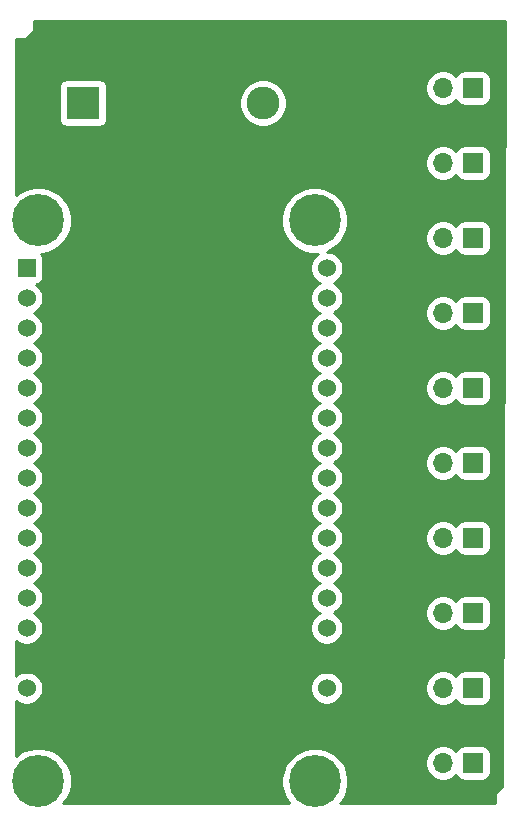
<source format=gbr>
%TF.GenerationSoftware,KiCad,Pcbnew,(5.1.9)-1*%
%TF.CreationDate,2021-05-16T11:37:59+01:00*%
%TF.ProjectId,Controller,436f6e74-726f-46c6-9c65-722e6b696361,rev?*%
%TF.SameCoordinates,Original*%
%TF.FileFunction,Copper,L2,Bot*%
%TF.FilePolarity,Positive*%
%FSLAX46Y46*%
G04 Gerber Fmt 4.6, Leading zero omitted, Abs format (unit mm)*
G04 Created by KiCad (PCBNEW (5.1.9)-1) date 2021-05-16 11:37:59*
%MOMM*%
%LPD*%
G01*
G04 APERTURE LIST*
%TA.AperFunction,ComponentPad*%
%ADD10O,1.700000X1.700000*%
%TD*%
%TA.AperFunction,ComponentPad*%
%ADD11R,1.700000X1.700000*%
%TD*%
%TA.AperFunction,ComponentPad*%
%ADD12C,1.524000*%
%TD*%
%TA.AperFunction,ComponentPad*%
%ADD13R,1.524000X1.524000*%
%TD*%
%TA.AperFunction,ComponentPad*%
%ADD14C,2.780000*%
%TD*%
%TA.AperFunction,ComponentPad*%
%ADD15R,2.780000X2.780000*%
%TD*%
%TA.AperFunction,ComponentPad*%
%ADD16C,4.400000*%
%TD*%
%TA.AperFunction,ViaPad*%
%ADD17C,0.800000*%
%TD*%
%TA.AperFunction,Conductor*%
%ADD18C,0.254000*%
%TD*%
%TA.AperFunction,Conductor*%
%ADD19C,0.100000*%
%TD*%
G04 APERTURE END LIST*
D10*
%TO.P,J5,3*%
%TO.N,GND*%
X175260000Y-116840000D03*
%TO.P,J5,2*%
%TO.N,/B6*%
X180340000Y-116840000D03*
D11*
%TO.P,J5,1*%
%TO.N,+5V*%
X182880000Y-116840000D03*
%TD*%
D12*
%TO.P,U1,30*%
%TO.N,N/C*%
X170487065Y-100330000D03*
%TO.P,U1,29*%
X170487065Y-102870000D03*
%TO.P,U1,28*%
X170487065Y-105410000D03*
%TO.P,U1,27*%
X170487065Y-107950000D03*
%TO.P,U1,26*%
X170487065Y-110490000D03*
%TO.P,U1,25*%
X170487065Y-113030000D03*
%TO.P,U1,24*%
X170487065Y-115570000D03*
%TO.P,U1,23*%
X170487065Y-118110000D03*
%TO.P,U1,22*%
X170487065Y-120650000D03*
%TO.P,U1,21*%
X170487065Y-123190000D03*
%TO.P,U1,20*%
X170487065Y-125730000D03*
%TO.P,U1,19*%
%TO.N,/A9*%
X170487065Y-128270000D03*
%TO.P,U1,18*%
%TO.N,/A10*%
X170487065Y-130810000D03*
%TO.P,U1,17*%
%TO.N,GND*%
X170487065Y-133350000D03*
%TO.P,U1,16*%
%TO.N,N/C*%
X170487065Y-135890000D03*
%TO.P,U1,15*%
%TO.N,+5V*%
X145087065Y-135890000D03*
%TO.P,U1,14*%
%TO.N,GND*%
X145087065Y-133350000D03*
%TO.P,U1,13*%
%TO.N,/A8*%
X145087065Y-130810000D03*
%TO.P,U1,12*%
%TO.N,/A7*%
X145087065Y-128270000D03*
%TO.P,U1,11*%
%TO.N,/A6*%
X145087065Y-125730000D03*
%TO.P,U1,10*%
%TO.N,/A5*%
X145087065Y-123190000D03*
%TO.P,U1,9*%
%TO.N,/A4*%
X145087065Y-120650000D03*
%TO.P,U1,8*%
%TO.N,/A3*%
X145087065Y-118110000D03*
%TO.P,U1,7*%
%TO.N,/A2*%
X145087065Y-115570000D03*
%TO.P,U1,6*%
%TO.N,/A1*%
X145087065Y-113030000D03*
%TO.P,U1,5*%
%TO.N,N/C*%
X145087065Y-110490000D03*
%TO.P,U1,4*%
X145087065Y-107950000D03*
%TO.P,U1,3*%
X145087065Y-105410000D03*
%TO.P,U1,2*%
X145087065Y-102870000D03*
D13*
%TO.P,U1,1*%
X145087065Y-100330000D03*
%TD*%
D10*
%TO.P,J10,3*%
%TO.N,GND*%
X175260000Y-85090000D03*
%TO.P,J10,2*%
%TO.N,/B1*%
X180340000Y-85090000D03*
D11*
%TO.P,J10,1*%
%TO.N,+5V*%
X182880000Y-85090000D03*
%TD*%
D10*
%TO.P,J9,3*%
%TO.N,GND*%
X175260000Y-91440000D03*
%TO.P,J9,2*%
%TO.N,/B2*%
X180340000Y-91440000D03*
D11*
%TO.P,J9,1*%
%TO.N,+5V*%
X182880000Y-91440000D03*
%TD*%
D14*
%TO.P,J11,4*%
%TO.N,+5V*%
X165100000Y-86360000D03*
%TO.P,J11,3*%
%TO.N,GND*%
X160020000Y-86360000D03*
%TO.P,J11,2*%
X154940000Y-86360000D03*
D15*
%TO.P,J11,1*%
%TO.N,N/C*%
X149860000Y-86360000D03*
%TD*%
D10*
%TO.P,J6,3*%
%TO.N,GND*%
X175260000Y-110490000D03*
%TO.P,J6,2*%
%TO.N,/B5*%
X180340000Y-110490000D03*
D11*
%TO.P,J6,1*%
%TO.N,+5V*%
X182880000Y-110490000D03*
%TD*%
D16*
%TO.P,H1,1*%
%TO.N,N/C*%
X146075400Y-96291400D03*
%TD*%
D10*
%TO.P,J4,3*%
%TO.N,GND*%
X175260000Y-123190000D03*
%TO.P,J4,2*%
%TO.N,/B7*%
X180340000Y-123190000D03*
D11*
%TO.P,J4,1*%
%TO.N,+5V*%
X182880000Y-123190000D03*
%TD*%
D10*
%TO.P,J3,3*%
%TO.N,GND*%
X175260000Y-129540000D03*
%TO.P,J3,2*%
%TO.N,/B8*%
X180340000Y-129540000D03*
D11*
%TO.P,J3,1*%
%TO.N,+5V*%
X182880000Y-129540000D03*
%TD*%
D16*
%TO.P,H2,1*%
%TO.N,N/C*%
X169468800Y-96291400D03*
%TD*%
D10*
%TO.P,J8,3*%
%TO.N,GND*%
X175260000Y-97790000D03*
%TO.P,J8,2*%
%TO.N,/B3*%
X180340000Y-97790000D03*
D11*
%TO.P,J8,1*%
%TO.N,+5V*%
X182880000Y-97790000D03*
%TD*%
D10*
%TO.P,J7,3*%
%TO.N,GND*%
X175260000Y-104140000D03*
%TO.P,J7,2*%
%TO.N,/B4*%
X180340000Y-104140000D03*
D11*
%TO.P,J7,1*%
%TO.N,+5V*%
X182880000Y-104140000D03*
%TD*%
D16*
%TO.P,H3,1*%
%TO.N,N/C*%
X146075400Y-143764000D03*
%TD*%
D10*
%TO.P,J2,3*%
%TO.N,GND*%
X175260000Y-135890000D03*
%TO.P,J2,2*%
%TO.N,/B9*%
X180340000Y-135890000D03*
D11*
%TO.P,J2,1*%
%TO.N,+5V*%
X182880000Y-135890000D03*
%TD*%
D10*
%TO.P,J1,3*%
%TO.N,GND*%
X175260000Y-142240000D03*
%TO.P,J1,2*%
%TO.N,/B10*%
X180340000Y-142240000D03*
D11*
%TO.P,J1,1*%
%TO.N,+5V*%
X182880000Y-142240000D03*
%TD*%
D16*
%TO.P,H4,1*%
%TO.N,N/C*%
X169494200Y-143789400D03*
%TD*%
D17*
%TO.N,GND*%
X153162000Y-135890000D03*
X163830000Y-129159000D03*
X163830000Y-113665000D03*
X153416000Y-121412000D03*
%TD*%
D18*
%TO.N,GND*%
X185544417Y-79428312D02*
X185301181Y-144250368D01*
X185156032Y-144347354D01*
X184987354Y-144516032D01*
X184854825Y-144714376D01*
X184763538Y-144934764D01*
X184717000Y-145168727D01*
X184717000Y-145407273D01*
X184763538Y-145641236D01*
X184764683Y-145644000D01*
X171648895Y-145644000D01*
X171696288Y-145596607D01*
X172006544Y-145132276D01*
X172220252Y-144616339D01*
X172329200Y-144068623D01*
X172329200Y-143510177D01*
X172220252Y-142962461D01*
X172006544Y-142446524D01*
X171770822Y-142093740D01*
X178855000Y-142093740D01*
X178855000Y-142386260D01*
X178912068Y-142673158D01*
X179024010Y-142943411D01*
X179186525Y-143186632D01*
X179393368Y-143393475D01*
X179636589Y-143555990D01*
X179906842Y-143667932D01*
X180193740Y-143725000D01*
X180486260Y-143725000D01*
X180773158Y-143667932D01*
X181043411Y-143555990D01*
X181286632Y-143393475D01*
X181418487Y-143261620D01*
X181440498Y-143334180D01*
X181499463Y-143444494D01*
X181578815Y-143541185D01*
X181675506Y-143620537D01*
X181785820Y-143679502D01*
X181905518Y-143715812D01*
X182030000Y-143728072D01*
X183730000Y-143728072D01*
X183854482Y-143715812D01*
X183974180Y-143679502D01*
X184084494Y-143620537D01*
X184181185Y-143541185D01*
X184260537Y-143444494D01*
X184319502Y-143334180D01*
X184355812Y-143214482D01*
X184368072Y-143090000D01*
X184368072Y-141390000D01*
X184355812Y-141265518D01*
X184319502Y-141145820D01*
X184260537Y-141035506D01*
X184181185Y-140938815D01*
X184084494Y-140859463D01*
X183974180Y-140800498D01*
X183854482Y-140764188D01*
X183730000Y-140751928D01*
X182030000Y-140751928D01*
X181905518Y-140764188D01*
X181785820Y-140800498D01*
X181675506Y-140859463D01*
X181578815Y-140938815D01*
X181499463Y-141035506D01*
X181440498Y-141145820D01*
X181418487Y-141218380D01*
X181286632Y-141086525D01*
X181043411Y-140924010D01*
X180773158Y-140812068D01*
X180486260Y-140755000D01*
X180193740Y-140755000D01*
X179906842Y-140812068D01*
X179636589Y-140924010D01*
X179393368Y-141086525D01*
X179186525Y-141293368D01*
X179024010Y-141536589D01*
X178912068Y-141806842D01*
X178855000Y-142093740D01*
X171770822Y-142093740D01*
X171696288Y-141982193D01*
X171301407Y-141587312D01*
X170837076Y-141277056D01*
X170321139Y-141063348D01*
X169773423Y-140954400D01*
X169214977Y-140954400D01*
X168667261Y-141063348D01*
X168151324Y-141277056D01*
X167686993Y-141587312D01*
X167292112Y-141982193D01*
X166981856Y-142446524D01*
X166768148Y-142962461D01*
X166659200Y-143510177D01*
X166659200Y-144068623D01*
X166768148Y-144616339D01*
X166981856Y-145132276D01*
X167292112Y-145596607D01*
X167339505Y-145644000D01*
X148204695Y-145644000D01*
X148277488Y-145571207D01*
X148587744Y-145106876D01*
X148801452Y-144590939D01*
X148910400Y-144043223D01*
X148910400Y-143484777D01*
X148801452Y-142937061D01*
X148587744Y-142421124D01*
X148277488Y-141956793D01*
X147882607Y-141561912D01*
X147418276Y-141251656D01*
X146902339Y-141037948D01*
X146354623Y-140929000D01*
X145796177Y-140929000D01*
X145248461Y-141037948D01*
X144732524Y-141251656D01*
X144268193Y-141561912D01*
X144170000Y-141660105D01*
X144170000Y-136948590D01*
X144196530Y-136975120D01*
X144425338Y-137128005D01*
X144679575Y-137233314D01*
X144949473Y-137287000D01*
X145224657Y-137287000D01*
X145494555Y-137233314D01*
X145748792Y-137128005D01*
X145977600Y-136975120D01*
X146172185Y-136780535D01*
X146325070Y-136551727D01*
X146430379Y-136297490D01*
X146484065Y-136027592D01*
X146484065Y-135752408D01*
X169090065Y-135752408D01*
X169090065Y-136027592D01*
X169143751Y-136297490D01*
X169249060Y-136551727D01*
X169401945Y-136780535D01*
X169596530Y-136975120D01*
X169825338Y-137128005D01*
X170079575Y-137233314D01*
X170349473Y-137287000D01*
X170624657Y-137287000D01*
X170894555Y-137233314D01*
X171148792Y-137128005D01*
X171377600Y-136975120D01*
X171572185Y-136780535D01*
X171725070Y-136551727D01*
X171830379Y-136297490D01*
X171884065Y-136027592D01*
X171884065Y-135752408D01*
X171882341Y-135743740D01*
X178855000Y-135743740D01*
X178855000Y-136036260D01*
X178912068Y-136323158D01*
X179024010Y-136593411D01*
X179186525Y-136836632D01*
X179393368Y-137043475D01*
X179636589Y-137205990D01*
X179906842Y-137317932D01*
X180193740Y-137375000D01*
X180486260Y-137375000D01*
X180773158Y-137317932D01*
X181043411Y-137205990D01*
X181286632Y-137043475D01*
X181418487Y-136911620D01*
X181440498Y-136984180D01*
X181499463Y-137094494D01*
X181578815Y-137191185D01*
X181675506Y-137270537D01*
X181785820Y-137329502D01*
X181905518Y-137365812D01*
X182030000Y-137378072D01*
X183730000Y-137378072D01*
X183854482Y-137365812D01*
X183974180Y-137329502D01*
X184084494Y-137270537D01*
X184181185Y-137191185D01*
X184260537Y-137094494D01*
X184319502Y-136984180D01*
X184355812Y-136864482D01*
X184368072Y-136740000D01*
X184368072Y-135040000D01*
X184355812Y-134915518D01*
X184319502Y-134795820D01*
X184260537Y-134685506D01*
X184181185Y-134588815D01*
X184084494Y-134509463D01*
X183974180Y-134450498D01*
X183854482Y-134414188D01*
X183730000Y-134401928D01*
X182030000Y-134401928D01*
X181905518Y-134414188D01*
X181785820Y-134450498D01*
X181675506Y-134509463D01*
X181578815Y-134588815D01*
X181499463Y-134685506D01*
X181440498Y-134795820D01*
X181418487Y-134868380D01*
X181286632Y-134736525D01*
X181043411Y-134574010D01*
X180773158Y-134462068D01*
X180486260Y-134405000D01*
X180193740Y-134405000D01*
X179906842Y-134462068D01*
X179636589Y-134574010D01*
X179393368Y-134736525D01*
X179186525Y-134943368D01*
X179024010Y-135186589D01*
X178912068Y-135456842D01*
X178855000Y-135743740D01*
X171882341Y-135743740D01*
X171830379Y-135482510D01*
X171725070Y-135228273D01*
X171572185Y-134999465D01*
X171377600Y-134804880D01*
X171148792Y-134651995D01*
X170894555Y-134546686D01*
X170624657Y-134493000D01*
X170349473Y-134493000D01*
X170079575Y-134546686D01*
X169825338Y-134651995D01*
X169596530Y-134804880D01*
X169401945Y-134999465D01*
X169249060Y-135228273D01*
X169143751Y-135482510D01*
X169090065Y-135752408D01*
X146484065Y-135752408D01*
X146430379Y-135482510D01*
X146325070Y-135228273D01*
X146172185Y-134999465D01*
X145977600Y-134804880D01*
X145748792Y-134651995D01*
X145494555Y-134546686D01*
X145224657Y-134493000D01*
X144949473Y-134493000D01*
X144679575Y-134546686D01*
X144425338Y-134651995D01*
X144196530Y-134804880D01*
X144170000Y-134831410D01*
X144170000Y-131868590D01*
X144196530Y-131895120D01*
X144425338Y-132048005D01*
X144679575Y-132153314D01*
X144949473Y-132207000D01*
X145224657Y-132207000D01*
X145494555Y-132153314D01*
X145748792Y-132048005D01*
X145977600Y-131895120D01*
X146172185Y-131700535D01*
X146325070Y-131471727D01*
X146430379Y-131217490D01*
X146484065Y-130947592D01*
X146484065Y-130672408D01*
X146430379Y-130402510D01*
X146325070Y-130148273D01*
X146172185Y-129919465D01*
X145977600Y-129724880D01*
X145748792Y-129571995D01*
X145671550Y-129540000D01*
X145748792Y-129508005D01*
X145977600Y-129355120D01*
X146172185Y-129160535D01*
X146325070Y-128931727D01*
X146430379Y-128677490D01*
X146484065Y-128407592D01*
X146484065Y-128132408D01*
X146430379Y-127862510D01*
X146325070Y-127608273D01*
X146172185Y-127379465D01*
X145977600Y-127184880D01*
X145748792Y-127031995D01*
X145671550Y-127000000D01*
X145748792Y-126968005D01*
X145977600Y-126815120D01*
X146172185Y-126620535D01*
X146325070Y-126391727D01*
X146430379Y-126137490D01*
X146484065Y-125867592D01*
X146484065Y-125592408D01*
X146430379Y-125322510D01*
X146325070Y-125068273D01*
X146172185Y-124839465D01*
X145977600Y-124644880D01*
X145748792Y-124491995D01*
X145671550Y-124460000D01*
X145748792Y-124428005D01*
X145977600Y-124275120D01*
X146172185Y-124080535D01*
X146325070Y-123851727D01*
X146430379Y-123597490D01*
X146484065Y-123327592D01*
X146484065Y-123052408D01*
X146430379Y-122782510D01*
X146325070Y-122528273D01*
X146172185Y-122299465D01*
X145977600Y-122104880D01*
X145748792Y-121951995D01*
X145671550Y-121920000D01*
X145748792Y-121888005D01*
X145977600Y-121735120D01*
X146172185Y-121540535D01*
X146325070Y-121311727D01*
X146430379Y-121057490D01*
X146484065Y-120787592D01*
X146484065Y-120512408D01*
X146430379Y-120242510D01*
X146325070Y-119988273D01*
X146172185Y-119759465D01*
X145977600Y-119564880D01*
X145748792Y-119411995D01*
X145671550Y-119380000D01*
X145748792Y-119348005D01*
X145977600Y-119195120D01*
X146172185Y-119000535D01*
X146325070Y-118771727D01*
X146430379Y-118517490D01*
X146484065Y-118247592D01*
X146484065Y-117972408D01*
X146430379Y-117702510D01*
X146325070Y-117448273D01*
X146172185Y-117219465D01*
X145977600Y-117024880D01*
X145748792Y-116871995D01*
X145671550Y-116840000D01*
X145748792Y-116808005D01*
X145977600Y-116655120D01*
X146172185Y-116460535D01*
X146325070Y-116231727D01*
X146430379Y-115977490D01*
X146484065Y-115707592D01*
X146484065Y-115432408D01*
X146430379Y-115162510D01*
X146325070Y-114908273D01*
X146172185Y-114679465D01*
X145977600Y-114484880D01*
X145748792Y-114331995D01*
X145671550Y-114300000D01*
X145748792Y-114268005D01*
X145977600Y-114115120D01*
X146172185Y-113920535D01*
X146325070Y-113691727D01*
X146430379Y-113437490D01*
X146484065Y-113167592D01*
X146484065Y-112892408D01*
X146430379Y-112622510D01*
X146325070Y-112368273D01*
X146172185Y-112139465D01*
X145977600Y-111944880D01*
X145748792Y-111791995D01*
X145671550Y-111760000D01*
X145748792Y-111728005D01*
X145977600Y-111575120D01*
X146172185Y-111380535D01*
X146325070Y-111151727D01*
X146430379Y-110897490D01*
X146484065Y-110627592D01*
X146484065Y-110352408D01*
X146430379Y-110082510D01*
X146325070Y-109828273D01*
X146172185Y-109599465D01*
X145977600Y-109404880D01*
X145748792Y-109251995D01*
X145671550Y-109220000D01*
X145748792Y-109188005D01*
X145977600Y-109035120D01*
X146172185Y-108840535D01*
X146325070Y-108611727D01*
X146430379Y-108357490D01*
X146484065Y-108087592D01*
X146484065Y-107812408D01*
X146430379Y-107542510D01*
X146325070Y-107288273D01*
X146172185Y-107059465D01*
X145977600Y-106864880D01*
X145748792Y-106711995D01*
X145671550Y-106680000D01*
X145748792Y-106648005D01*
X145977600Y-106495120D01*
X146172185Y-106300535D01*
X146325070Y-106071727D01*
X146430379Y-105817490D01*
X146484065Y-105547592D01*
X146484065Y-105272408D01*
X146430379Y-105002510D01*
X146325070Y-104748273D01*
X146172185Y-104519465D01*
X145977600Y-104324880D01*
X145748792Y-104171995D01*
X145671550Y-104140000D01*
X145748792Y-104108005D01*
X145977600Y-103955120D01*
X146172185Y-103760535D01*
X146325070Y-103531727D01*
X146430379Y-103277490D01*
X146484065Y-103007592D01*
X146484065Y-102732408D01*
X146430379Y-102462510D01*
X146325070Y-102208273D01*
X146172185Y-101979465D01*
X145977600Y-101784880D01*
X145889600Y-101726080D01*
X145973547Y-101717812D01*
X146093245Y-101681502D01*
X146203559Y-101622537D01*
X146300250Y-101543185D01*
X146379602Y-101446494D01*
X146438567Y-101336180D01*
X146474877Y-101216482D01*
X146487137Y-101092000D01*
X146487137Y-99568000D01*
X146474877Y-99443518D01*
X146438567Y-99323820D01*
X146379602Y-99213506D01*
X146308116Y-99126400D01*
X146354623Y-99126400D01*
X146902339Y-99017452D01*
X147418276Y-98803744D01*
X147882607Y-98493488D01*
X148277488Y-98098607D01*
X148587744Y-97634276D01*
X148801452Y-97118339D01*
X148910400Y-96570623D01*
X148910400Y-96012177D01*
X166633800Y-96012177D01*
X166633800Y-96570623D01*
X166742748Y-97118339D01*
X166956456Y-97634276D01*
X167266712Y-98098607D01*
X167661593Y-98493488D01*
X168125924Y-98803744D01*
X168641861Y-99017452D01*
X169189577Y-99126400D01*
X169748023Y-99126400D01*
X169784794Y-99119086D01*
X169596530Y-99244880D01*
X169401945Y-99439465D01*
X169249060Y-99668273D01*
X169143751Y-99922510D01*
X169090065Y-100192408D01*
X169090065Y-100467592D01*
X169143751Y-100737490D01*
X169249060Y-100991727D01*
X169401945Y-101220535D01*
X169596530Y-101415120D01*
X169825338Y-101568005D01*
X169902580Y-101600000D01*
X169825338Y-101631995D01*
X169596530Y-101784880D01*
X169401945Y-101979465D01*
X169249060Y-102208273D01*
X169143751Y-102462510D01*
X169090065Y-102732408D01*
X169090065Y-103007592D01*
X169143751Y-103277490D01*
X169249060Y-103531727D01*
X169401945Y-103760535D01*
X169596530Y-103955120D01*
X169825338Y-104108005D01*
X169902580Y-104140000D01*
X169825338Y-104171995D01*
X169596530Y-104324880D01*
X169401945Y-104519465D01*
X169249060Y-104748273D01*
X169143751Y-105002510D01*
X169090065Y-105272408D01*
X169090065Y-105547592D01*
X169143751Y-105817490D01*
X169249060Y-106071727D01*
X169401945Y-106300535D01*
X169596530Y-106495120D01*
X169825338Y-106648005D01*
X169902580Y-106680000D01*
X169825338Y-106711995D01*
X169596530Y-106864880D01*
X169401945Y-107059465D01*
X169249060Y-107288273D01*
X169143751Y-107542510D01*
X169090065Y-107812408D01*
X169090065Y-108087592D01*
X169143751Y-108357490D01*
X169249060Y-108611727D01*
X169401945Y-108840535D01*
X169596530Y-109035120D01*
X169825338Y-109188005D01*
X169902580Y-109220000D01*
X169825338Y-109251995D01*
X169596530Y-109404880D01*
X169401945Y-109599465D01*
X169249060Y-109828273D01*
X169143751Y-110082510D01*
X169090065Y-110352408D01*
X169090065Y-110627592D01*
X169143751Y-110897490D01*
X169249060Y-111151727D01*
X169401945Y-111380535D01*
X169596530Y-111575120D01*
X169825338Y-111728005D01*
X169902580Y-111760000D01*
X169825338Y-111791995D01*
X169596530Y-111944880D01*
X169401945Y-112139465D01*
X169249060Y-112368273D01*
X169143751Y-112622510D01*
X169090065Y-112892408D01*
X169090065Y-113167592D01*
X169143751Y-113437490D01*
X169249060Y-113691727D01*
X169401945Y-113920535D01*
X169596530Y-114115120D01*
X169825338Y-114268005D01*
X169902580Y-114300000D01*
X169825338Y-114331995D01*
X169596530Y-114484880D01*
X169401945Y-114679465D01*
X169249060Y-114908273D01*
X169143751Y-115162510D01*
X169090065Y-115432408D01*
X169090065Y-115707592D01*
X169143751Y-115977490D01*
X169249060Y-116231727D01*
X169401945Y-116460535D01*
X169596530Y-116655120D01*
X169825338Y-116808005D01*
X169902580Y-116840000D01*
X169825338Y-116871995D01*
X169596530Y-117024880D01*
X169401945Y-117219465D01*
X169249060Y-117448273D01*
X169143751Y-117702510D01*
X169090065Y-117972408D01*
X169090065Y-118247592D01*
X169143751Y-118517490D01*
X169249060Y-118771727D01*
X169401945Y-119000535D01*
X169596530Y-119195120D01*
X169825338Y-119348005D01*
X169902580Y-119380000D01*
X169825338Y-119411995D01*
X169596530Y-119564880D01*
X169401945Y-119759465D01*
X169249060Y-119988273D01*
X169143751Y-120242510D01*
X169090065Y-120512408D01*
X169090065Y-120787592D01*
X169143751Y-121057490D01*
X169249060Y-121311727D01*
X169401945Y-121540535D01*
X169596530Y-121735120D01*
X169825338Y-121888005D01*
X169902580Y-121920000D01*
X169825338Y-121951995D01*
X169596530Y-122104880D01*
X169401945Y-122299465D01*
X169249060Y-122528273D01*
X169143751Y-122782510D01*
X169090065Y-123052408D01*
X169090065Y-123327592D01*
X169143751Y-123597490D01*
X169249060Y-123851727D01*
X169401945Y-124080535D01*
X169596530Y-124275120D01*
X169825338Y-124428005D01*
X169902580Y-124460000D01*
X169825338Y-124491995D01*
X169596530Y-124644880D01*
X169401945Y-124839465D01*
X169249060Y-125068273D01*
X169143751Y-125322510D01*
X169090065Y-125592408D01*
X169090065Y-125867592D01*
X169143751Y-126137490D01*
X169249060Y-126391727D01*
X169401945Y-126620535D01*
X169596530Y-126815120D01*
X169825338Y-126968005D01*
X169902580Y-127000000D01*
X169825338Y-127031995D01*
X169596530Y-127184880D01*
X169401945Y-127379465D01*
X169249060Y-127608273D01*
X169143751Y-127862510D01*
X169090065Y-128132408D01*
X169090065Y-128407592D01*
X169143751Y-128677490D01*
X169249060Y-128931727D01*
X169401945Y-129160535D01*
X169596530Y-129355120D01*
X169825338Y-129508005D01*
X169902580Y-129540000D01*
X169825338Y-129571995D01*
X169596530Y-129724880D01*
X169401945Y-129919465D01*
X169249060Y-130148273D01*
X169143751Y-130402510D01*
X169090065Y-130672408D01*
X169090065Y-130947592D01*
X169143751Y-131217490D01*
X169249060Y-131471727D01*
X169401945Y-131700535D01*
X169596530Y-131895120D01*
X169825338Y-132048005D01*
X170079575Y-132153314D01*
X170349473Y-132207000D01*
X170624657Y-132207000D01*
X170894555Y-132153314D01*
X171148792Y-132048005D01*
X171377600Y-131895120D01*
X171572185Y-131700535D01*
X171725070Y-131471727D01*
X171830379Y-131217490D01*
X171884065Y-130947592D01*
X171884065Y-130672408D01*
X171830379Y-130402510D01*
X171725070Y-130148273D01*
X171572185Y-129919465D01*
X171377600Y-129724880D01*
X171148792Y-129571995D01*
X171071550Y-129540000D01*
X171148792Y-129508005D01*
X171319801Y-129393740D01*
X178855000Y-129393740D01*
X178855000Y-129686260D01*
X178912068Y-129973158D01*
X179024010Y-130243411D01*
X179186525Y-130486632D01*
X179393368Y-130693475D01*
X179636589Y-130855990D01*
X179906842Y-130967932D01*
X180193740Y-131025000D01*
X180486260Y-131025000D01*
X180773158Y-130967932D01*
X181043411Y-130855990D01*
X181286632Y-130693475D01*
X181418487Y-130561620D01*
X181440498Y-130634180D01*
X181499463Y-130744494D01*
X181578815Y-130841185D01*
X181675506Y-130920537D01*
X181785820Y-130979502D01*
X181905518Y-131015812D01*
X182030000Y-131028072D01*
X183730000Y-131028072D01*
X183854482Y-131015812D01*
X183974180Y-130979502D01*
X184084494Y-130920537D01*
X184181185Y-130841185D01*
X184260537Y-130744494D01*
X184319502Y-130634180D01*
X184355812Y-130514482D01*
X184368072Y-130390000D01*
X184368072Y-128690000D01*
X184355812Y-128565518D01*
X184319502Y-128445820D01*
X184260537Y-128335506D01*
X184181185Y-128238815D01*
X184084494Y-128159463D01*
X183974180Y-128100498D01*
X183854482Y-128064188D01*
X183730000Y-128051928D01*
X182030000Y-128051928D01*
X181905518Y-128064188D01*
X181785820Y-128100498D01*
X181675506Y-128159463D01*
X181578815Y-128238815D01*
X181499463Y-128335506D01*
X181440498Y-128445820D01*
X181418487Y-128518380D01*
X181286632Y-128386525D01*
X181043411Y-128224010D01*
X180773158Y-128112068D01*
X180486260Y-128055000D01*
X180193740Y-128055000D01*
X179906842Y-128112068D01*
X179636589Y-128224010D01*
X179393368Y-128386525D01*
X179186525Y-128593368D01*
X179024010Y-128836589D01*
X178912068Y-129106842D01*
X178855000Y-129393740D01*
X171319801Y-129393740D01*
X171377600Y-129355120D01*
X171572185Y-129160535D01*
X171725070Y-128931727D01*
X171830379Y-128677490D01*
X171884065Y-128407592D01*
X171884065Y-128132408D01*
X171830379Y-127862510D01*
X171725070Y-127608273D01*
X171572185Y-127379465D01*
X171377600Y-127184880D01*
X171148792Y-127031995D01*
X171071550Y-127000000D01*
X171148792Y-126968005D01*
X171377600Y-126815120D01*
X171572185Y-126620535D01*
X171725070Y-126391727D01*
X171830379Y-126137490D01*
X171884065Y-125867592D01*
X171884065Y-125592408D01*
X171830379Y-125322510D01*
X171725070Y-125068273D01*
X171572185Y-124839465D01*
X171377600Y-124644880D01*
X171148792Y-124491995D01*
X171071550Y-124460000D01*
X171148792Y-124428005D01*
X171377600Y-124275120D01*
X171572185Y-124080535D01*
X171725070Y-123851727D01*
X171830379Y-123597490D01*
X171884065Y-123327592D01*
X171884065Y-123052408D01*
X171882341Y-123043740D01*
X178855000Y-123043740D01*
X178855000Y-123336260D01*
X178912068Y-123623158D01*
X179024010Y-123893411D01*
X179186525Y-124136632D01*
X179393368Y-124343475D01*
X179636589Y-124505990D01*
X179906842Y-124617932D01*
X180193740Y-124675000D01*
X180486260Y-124675000D01*
X180773158Y-124617932D01*
X181043411Y-124505990D01*
X181286632Y-124343475D01*
X181418487Y-124211620D01*
X181440498Y-124284180D01*
X181499463Y-124394494D01*
X181578815Y-124491185D01*
X181675506Y-124570537D01*
X181785820Y-124629502D01*
X181905518Y-124665812D01*
X182030000Y-124678072D01*
X183730000Y-124678072D01*
X183854482Y-124665812D01*
X183974180Y-124629502D01*
X184084494Y-124570537D01*
X184181185Y-124491185D01*
X184260537Y-124394494D01*
X184319502Y-124284180D01*
X184355812Y-124164482D01*
X184368072Y-124040000D01*
X184368072Y-122340000D01*
X184355812Y-122215518D01*
X184319502Y-122095820D01*
X184260537Y-121985506D01*
X184181185Y-121888815D01*
X184084494Y-121809463D01*
X183974180Y-121750498D01*
X183854482Y-121714188D01*
X183730000Y-121701928D01*
X182030000Y-121701928D01*
X181905518Y-121714188D01*
X181785820Y-121750498D01*
X181675506Y-121809463D01*
X181578815Y-121888815D01*
X181499463Y-121985506D01*
X181440498Y-122095820D01*
X181418487Y-122168380D01*
X181286632Y-122036525D01*
X181043411Y-121874010D01*
X180773158Y-121762068D01*
X180486260Y-121705000D01*
X180193740Y-121705000D01*
X179906842Y-121762068D01*
X179636589Y-121874010D01*
X179393368Y-122036525D01*
X179186525Y-122243368D01*
X179024010Y-122486589D01*
X178912068Y-122756842D01*
X178855000Y-123043740D01*
X171882341Y-123043740D01*
X171830379Y-122782510D01*
X171725070Y-122528273D01*
X171572185Y-122299465D01*
X171377600Y-122104880D01*
X171148792Y-121951995D01*
X171071550Y-121920000D01*
X171148792Y-121888005D01*
X171377600Y-121735120D01*
X171572185Y-121540535D01*
X171725070Y-121311727D01*
X171830379Y-121057490D01*
X171884065Y-120787592D01*
X171884065Y-120512408D01*
X171830379Y-120242510D01*
X171725070Y-119988273D01*
X171572185Y-119759465D01*
X171377600Y-119564880D01*
X171148792Y-119411995D01*
X171071550Y-119380000D01*
X171148792Y-119348005D01*
X171377600Y-119195120D01*
X171572185Y-119000535D01*
X171725070Y-118771727D01*
X171830379Y-118517490D01*
X171884065Y-118247592D01*
X171884065Y-117972408D01*
X171830379Y-117702510D01*
X171725070Y-117448273D01*
X171572185Y-117219465D01*
X171377600Y-117024880D01*
X171148792Y-116871995D01*
X171071550Y-116840000D01*
X171148792Y-116808005D01*
X171319801Y-116693740D01*
X178855000Y-116693740D01*
X178855000Y-116986260D01*
X178912068Y-117273158D01*
X179024010Y-117543411D01*
X179186525Y-117786632D01*
X179393368Y-117993475D01*
X179636589Y-118155990D01*
X179906842Y-118267932D01*
X180193740Y-118325000D01*
X180486260Y-118325000D01*
X180773158Y-118267932D01*
X181043411Y-118155990D01*
X181286632Y-117993475D01*
X181418487Y-117861620D01*
X181440498Y-117934180D01*
X181499463Y-118044494D01*
X181578815Y-118141185D01*
X181675506Y-118220537D01*
X181785820Y-118279502D01*
X181905518Y-118315812D01*
X182030000Y-118328072D01*
X183730000Y-118328072D01*
X183854482Y-118315812D01*
X183974180Y-118279502D01*
X184084494Y-118220537D01*
X184181185Y-118141185D01*
X184260537Y-118044494D01*
X184319502Y-117934180D01*
X184355812Y-117814482D01*
X184368072Y-117690000D01*
X184368072Y-115990000D01*
X184355812Y-115865518D01*
X184319502Y-115745820D01*
X184260537Y-115635506D01*
X184181185Y-115538815D01*
X184084494Y-115459463D01*
X183974180Y-115400498D01*
X183854482Y-115364188D01*
X183730000Y-115351928D01*
X182030000Y-115351928D01*
X181905518Y-115364188D01*
X181785820Y-115400498D01*
X181675506Y-115459463D01*
X181578815Y-115538815D01*
X181499463Y-115635506D01*
X181440498Y-115745820D01*
X181418487Y-115818380D01*
X181286632Y-115686525D01*
X181043411Y-115524010D01*
X180773158Y-115412068D01*
X180486260Y-115355000D01*
X180193740Y-115355000D01*
X179906842Y-115412068D01*
X179636589Y-115524010D01*
X179393368Y-115686525D01*
X179186525Y-115893368D01*
X179024010Y-116136589D01*
X178912068Y-116406842D01*
X178855000Y-116693740D01*
X171319801Y-116693740D01*
X171377600Y-116655120D01*
X171572185Y-116460535D01*
X171725070Y-116231727D01*
X171830379Y-115977490D01*
X171884065Y-115707592D01*
X171884065Y-115432408D01*
X171830379Y-115162510D01*
X171725070Y-114908273D01*
X171572185Y-114679465D01*
X171377600Y-114484880D01*
X171148792Y-114331995D01*
X171071550Y-114300000D01*
X171148792Y-114268005D01*
X171377600Y-114115120D01*
X171572185Y-113920535D01*
X171725070Y-113691727D01*
X171830379Y-113437490D01*
X171884065Y-113167592D01*
X171884065Y-112892408D01*
X171830379Y-112622510D01*
X171725070Y-112368273D01*
X171572185Y-112139465D01*
X171377600Y-111944880D01*
X171148792Y-111791995D01*
X171071550Y-111760000D01*
X171148792Y-111728005D01*
X171377600Y-111575120D01*
X171572185Y-111380535D01*
X171725070Y-111151727D01*
X171830379Y-110897490D01*
X171884065Y-110627592D01*
X171884065Y-110352408D01*
X171882341Y-110343740D01*
X178855000Y-110343740D01*
X178855000Y-110636260D01*
X178912068Y-110923158D01*
X179024010Y-111193411D01*
X179186525Y-111436632D01*
X179393368Y-111643475D01*
X179636589Y-111805990D01*
X179906842Y-111917932D01*
X180193740Y-111975000D01*
X180486260Y-111975000D01*
X180773158Y-111917932D01*
X181043411Y-111805990D01*
X181286632Y-111643475D01*
X181418487Y-111511620D01*
X181440498Y-111584180D01*
X181499463Y-111694494D01*
X181578815Y-111791185D01*
X181675506Y-111870537D01*
X181785820Y-111929502D01*
X181905518Y-111965812D01*
X182030000Y-111978072D01*
X183730000Y-111978072D01*
X183854482Y-111965812D01*
X183974180Y-111929502D01*
X184084494Y-111870537D01*
X184181185Y-111791185D01*
X184260537Y-111694494D01*
X184319502Y-111584180D01*
X184355812Y-111464482D01*
X184368072Y-111340000D01*
X184368072Y-109640000D01*
X184355812Y-109515518D01*
X184319502Y-109395820D01*
X184260537Y-109285506D01*
X184181185Y-109188815D01*
X184084494Y-109109463D01*
X183974180Y-109050498D01*
X183854482Y-109014188D01*
X183730000Y-109001928D01*
X182030000Y-109001928D01*
X181905518Y-109014188D01*
X181785820Y-109050498D01*
X181675506Y-109109463D01*
X181578815Y-109188815D01*
X181499463Y-109285506D01*
X181440498Y-109395820D01*
X181418487Y-109468380D01*
X181286632Y-109336525D01*
X181043411Y-109174010D01*
X180773158Y-109062068D01*
X180486260Y-109005000D01*
X180193740Y-109005000D01*
X179906842Y-109062068D01*
X179636589Y-109174010D01*
X179393368Y-109336525D01*
X179186525Y-109543368D01*
X179024010Y-109786589D01*
X178912068Y-110056842D01*
X178855000Y-110343740D01*
X171882341Y-110343740D01*
X171830379Y-110082510D01*
X171725070Y-109828273D01*
X171572185Y-109599465D01*
X171377600Y-109404880D01*
X171148792Y-109251995D01*
X171071550Y-109220000D01*
X171148792Y-109188005D01*
X171377600Y-109035120D01*
X171572185Y-108840535D01*
X171725070Y-108611727D01*
X171830379Y-108357490D01*
X171884065Y-108087592D01*
X171884065Y-107812408D01*
X171830379Y-107542510D01*
X171725070Y-107288273D01*
X171572185Y-107059465D01*
X171377600Y-106864880D01*
X171148792Y-106711995D01*
X171071550Y-106680000D01*
X171148792Y-106648005D01*
X171377600Y-106495120D01*
X171572185Y-106300535D01*
X171725070Y-106071727D01*
X171830379Y-105817490D01*
X171884065Y-105547592D01*
X171884065Y-105272408D01*
X171830379Y-105002510D01*
X171725070Y-104748273D01*
X171572185Y-104519465D01*
X171377600Y-104324880D01*
X171148792Y-104171995D01*
X171071550Y-104140000D01*
X171148792Y-104108005D01*
X171319801Y-103993740D01*
X178855000Y-103993740D01*
X178855000Y-104286260D01*
X178912068Y-104573158D01*
X179024010Y-104843411D01*
X179186525Y-105086632D01*
X179393368Y-105293475D01*
X179636589Y-105455990D01*
X179906842Y-105567932D01*
X180193740Y-105625000D01*
X180486260Y-105625000D01*
X180773158Y-105567932D01*
X181043411Y-105455990D01*
X181286632Y-105293475D01*
X181418487Y-105161620D01*
X181440498Y-105234180D01*
X181499463Y-105344494D01*
X181578815Y-105441185D01*
X181675506Y-105520537D01*
X181785820Y-105579502D01*
X181905518Y-105615812D01*
X182030000Y-105628072D01*
X183730000Y-105628072D01*
X183854482Y-105615812D01*
X183974180Y-105579502D01*
X184084494Y-105520537D01*
X184181185Y-105441185D01*
X184260537Y-105344494D01*
X184319502Y-105234180D01*
X184355812Y-105114482D01*
X184368072Y-104990000D01*
X184368072Y-103290000D01*
X184355812Y-103165518D01*
X184319502Y-103045820D01*
X184260537Y-102935506D01*
X184181185Y-102838815D01*
X184084494Y-102759463D01*
X183974180Y-102700498D01*
X183854482Y-102664188D01*
X183730000Y-102651928D01*
X182030000Y-102651928D01*
X181905518Y-102664188D01*
X181785820Y-102700498D01*
X181675506Y-102759463D01*
X181578815Y-102838815D01*
X181499463Y-102935506D01*
X181440498Y-103045820D01*
X181418487Y-103118380D01*
X181286632Y-102986525D01*
X181043411Y-102824010D01*
X180773158Y-102712068D01*
X180486260Y-102655000D01*
X180193740Y-102655000D01*
X179906842Y-102712068D01*
X179636589Y-102824010D01*
X179393368Y-102986525D01*
X179186525Y-103193368D01*
X179024010Y-103436589D01*
X178912068Y-103706842D01*
X178855000Y-103993740D01*
X171319801Y-103993740D01*
X171377600Y-103955120D01*
X171572185Y-103760535D01*
X171725070Y-103531727D01*
X171830379Y-103277490D01*
X171884065Y-103007592D01*
X171884065Y-102732408D01*
X171830379Y-102462510D01*
X171725070Y-102208273D01*
X171572185Y-101979465D01*
X171377600Y-101784880D01*
X171148792Y-101631995D01*
X171071550Y-101600000D01*
X171148792Y-101568005D01*
X171377600Y-101415120D01*
X171572185Y-101220535D01*
X171725070Y-100991727D01*
X171830379Y-100737490D01*
X171884065Y-100467592D01*
X171884065Y-100192408D01*
X171830379Y-99922510D01*
X171725070Y-99668273D01*
X171572185Y-99439465D01*
X171377600Y-99244880D01*
X171148792Y-99091995D01*
X170894555Y-98986686D01*
X170624657Y-98933000D01*
X170499624Y-98933000D01*
X170811676Y-98803744D01*
X171276007Y-98493488D01*
X171670888Y-98098607D01*
X171974820Y-97643740D01*
X178855000Y-97643740D01*
X178855000Y-97936260D01*
X178912068Y-98223158D01*
X179024010Y-98493411D01*
X179186525Y-98736632D01*
X179393368Y-98943475D01*
X179636589Y-99105990D01*
X179906842Y-99217932D01*
X180193740Y-99275000D01*
X180486260Y-99275000D01*
X180773158Y-99217932D01*
X181043411Y-99105990D01*
X181286632Y-98943475D01*
X181418487Y-98811620D01*
X181440498Y-98884180D01*
X181499463Y-98994494D01*
X181578815Y-99091185D01*
X181675506Y-99170537D01*
X181785820Y-99229502D01*
X181905518Y-99265812D01*
X182030000Y-99278072D01*
X183730000Y-99278072D01*
X183854482Y-99265812D01*
X183974180Y-99229502D01*
X184084494Y-99170537D01*
X184181185Y-99091185D01*
X184260537Y-98994494D01*
X184319502Y-98884180D01*
X184355812Y-98764482D01*
X184368072Y-98640000D01*
X184368072Y-96940000D01*
X184355812Y-96815518D01*
X184319502Y-96695820D01*
X184260537Y-96585506D01*
X184181185Y-96488815D01*
X184084494Y-96409463D01*
X183974180Y-96350498D01*
X183854482Y-96314188D01*
X183730000Y-96301928D01*
X182030000Y-96301928D01*
X181905518Y-96314188D01*
X181785820Y-96350498D01*
X181675506Y-96409463D01*
X181578815Y-96488815D01*
X181499463Y-96585506D01*
X181440498Y-96695820D01*
X181418487Y-96768380D01*
X181286632Y-96636525D01*
X181043411Y-96474010D01*
X180773158Y-96362068D01*
X180486260Y-96305000D01*
X180193740Y-96305000D01*
X179906842Y-96362068D01*
X179636589Y-96474010D01*
X179393368Y-96636525D01*
X179186525Y-96843368D01*
X179024010Y-97086589D01*
X178912068Y-97356842D01*
X178855000Y-97643740D01*
X171974820Y-97643740D01*
X171981144Y-97634276D01*
X172194852Y-97118339D01*
X172303800Y-96570623D01*
X172303800Y-96012177D01*
X172194852Y-95464461D01*
X171981144Y-94948524D01*
X171670888Y-94484193D01*
X171276007Y-94089312D01*
X170811676Y-93779056D01*
X170295739Y-93565348D01*
X169748023Y-93456400D01*
X169189577Y-93456400D01*
X168641861Y-93565348D01*
X168125924Y-93779056D01*
X167661593Y-94089312D01*
X167266712Y-94484193D01*
X166956456Y-94948524D01*
X166742748Y-95464461D01*
X166633800Y-96012177D01*
X148910400Y-96012177D01*
X148801452Y-95464461D01*
X148587744Y-94948524D01*
X148277488Y-94484193D01*
X147882607Y-94089312D01*
X147418276Y-93779056D01*
X146902339Y-93565348D01*
X146354623Y-93456400D01*
X145796177Y-93456400D01*
X145248461Y-93565348D01*
X144732524Y-93779056D01*
X144268193Y-94089312D01*
X144170000Y-94187505D01*
X144170000Y-91293740D01*
X178855000Y-91293740D01*
X178855000Y-91586260D01*
X178912068Y-91873158D01*
X179024010Y-92143411D01*
X179186525Y-92386632D01*
X179393368Y-92593475D01*
X179636589Y-92755990D01*
X179906842Y-92867932D01*
X180193740Y-92925000D01*
X180486260Y-92925000D01*
X180773158Y-92867932D01*
X181043411Y-92755990D01*
X181286632Y-92593475D01*
X181418487Y-92461620D01*
X181440498Y-92534180D01*
X181499463Y-92644494D01*
X181578815Y-92741185D01*
X181675506Y-92820537D01*
X181785820Y-92879502D01*
X181905518Y-92915812D01*
X182030000Y-92928072D01*
X183730000Y-92928072D01*
X183854482Y-92915812D01*
X183974180Y-92879502D01*
X184084494Y-92820537D01*
X184181185Y-92741185D01*
X184260537Y-92644494D01*
X184319502Y-92534180D01*
X184355812Y-92414482D01*
X184368072Y-92290000D01*
X184368072Y-90590000D01*
X184355812Y-90465518D01*
X184319502Y-90345820D01*
X184260537Y-90235506D01*
X184181185Y-90138815D01*
X184084494Y-90059463D01*
X183974180Y-90000498D01*
X183854482Y-89964188D01*
X183730000Y-89951928D01*
X182030000Y-89951928D01*
X181905518Y-89964188D01*
X181785820Y-90000498D01*
X181675506Y-90059463D01*
X181578815Y-90138815D01*
X181499463Y-90235506D01*
X181440498Y-90345820D01*
X181418487Y-90418380D01*
X181286632Y-90286525D01*
X181043411Y-90124010D01*
X180773158Y-90012068D01*
X180486260Y-89955000D01*
X180193740Y-89955000D01*
X179906842Y-90012068D01*
X179636589Y-90124010D01*
X179393368Y-90286525D01*
X179186525Y-90493368D01*
X179024010Y-90736589D01*
X178912068Y-91006842D01*
X178855000Y-91293740D01*
X144170000Y-91293740D01*
X144170000Y-84970000D01*
X147831928Y-84970000D01*
X147831928Y-87750000D01*
X147844188Y-87874482D01*
X147880498Y-87994180D01*
X147939463Y-88104494D01*
X148018815Y-88201185D01*
X148115506Y-88280537D01*
X148225820Y-88339502D01*
X148345518Y-88375812D01*
X148470000Y-88388072D01*
X151250000Y-88388072D01*
X151374482Y-88375812D01*
X151494180Y-88339502D01*
X151604494Y-88280537D01*
X151701185Y-88201185D01*
X151780537Y-88104494D01*
X151839502Y-87994180D01*
X151875812Y-87874482D01*
X151888072Y-87750000D01*
X151888072Y-86160555D01*
X163075000Y-86160555D01*
X163075000Y-86559445D01*
X163152820Y-86950671D01*
X163305468Y-87319197D01*
X163527080Y-87650862D01*
X163809138Y-87932920D01*
X164140803Y-88154532D01*
X164509329Y-88307180D01*
X164900555Y-88385000D01*
X165299445Y-88385000D01*
X165690671Y-88307180D01*
X166059197Y-88154532D01*
X166390862Y-87932920D01*
X166672920Y-87650862D01*
X166894532Y-87319197D01*
X167047180Y-86950671D01*
X167125000Y-86559445D01*
X167125000Y-86160555D01*
X167047180Y-85769329D01*
X166894532Y-85400803D01*
X166672920Y-85069138D01*
X166547522Y-84943740D01*
X178855000Y-84943740D01*
X178855000Y-85236260D01*
X178912068Y-85523158D01*
X179024010Y-85793411D01*
X179186525Y-86036632D01*
X179393368Y-86243475D01*
X179636589Y-86405990D01*
X179906842Y-86517932D01*
X180193740Y-86575000D01*
X180486260Y-86575000D01*
X180773158Y-86517932D01*
X181043411Y-86405990D01*
X181286632Y-86243475D01*
X181418487Y-86111620D01*
X181440498Y-86184180D01*
X181499463Y-86294494D01*
X181578815Y-86391185D01*
X181675506Y-86470537D01*
X181785820Y-86529502D01*
X181905518Y-86565812D01*
X182030000Y-86578072D01*
X183730000Y-86578072D01*
X183854482Y-86565812D01*
X183974180Y-86529502D01*
X184084494Y-86470537D01*
X184181185Y-86391185D01*
X184260537Y-86294494D01*
X184319502Y-86184180D01*
X184355812Y-86064482D01*
X184368072Y-85940000D01*
X184368072Y-84240000D01*
X184355812Y-84115518D01*
X184319502Y-83995820D01*
X184260537Y-83885506D01*
X184181185Y-83788815D01*
X184084494Y-83709463D01*
X183974180Y-83650498D01*
X183854482Y-83614188D01*
X183730000Y-83601928D01*
X182030000Y-83601928D01*
X181905518Y-83614188D01*
X181785820Y-83650498D01*
X181675506Y-83709463D01*
X181578815Y-83788815D01*
X181499463Y-83885506D01*
X181440498Y-83995820D01*
X181418487Y-84068380D01*
X181286632Y-83936525D01*
X181043411Y-83774010D01*
X180773158Y-83662068D01*
X180486260Y-83605000D01*
X180193740Y-83605000D01*
X179906842Y-83662068D01*
X179636589Y-83774010D01*
X179393368Y-83936525D01*
X179186525Y-84143368D01*
X179024010Y-84386589D01*
X178912068Y-84656842D01*
X178855000Y-84943740D01*
X166547522Y-84943740D01*
X166390862Y-84787080D01*
X166059197Y-84565468D01*
X165690671Y-84412820D01*
X165299445Y-84335000D01*
X164900555Y-84335000D01*
X164509329Y-84412820D01*
X164140803Y-84565468D01*
X163809138Y-84787080D01*
X163527080Y-85069138D01*
X163305468Y-85400803D01*
X163152820Y-85769329D01*
X163075000Y-86160555D01*
X151888072Y-86160555D01*
X151888072Y-84970000D01*
X151875812Y-84845518D01*
X151839502Y-84725820D01*
X151780537Y-84615506D01*
X151701185Y-84518815D01*
X151604494Y-84439463D01*
X151494180Y-84380498D01*
X151374482Y-84344188D01*
X151250000Y-84331928D01*
X148470000Y-84331928D01*
X148345518Y-84344188D01*
X148225820Y-84380498D01*
X148115506Y-84439463D01*
X148018815Y-84518815D01*
X147939463Y-84615506D01*
X147880498Y-84725820D01*
X147844188Y-84845518D01*
X147831928Y-84970000D01*
X144170000Y-84970000D01*
X144170000Y-80919317D01*
X144172764Y-80920462D01*
X144406727Y-80967000D01*
X144645273Y-80967000D01*
X144879236Y-80920462D01*
X145099624Y-80829175D01*
X145297968Y-80696646D01*
X145466646Y-80527968D01*
X145599175Y-80329624D01*
X145690462Y-80109236D01*
X145737000Y-79875273D01*
X145737000Y-79636727D01*
X145694965Y-79425400D01*
X185514721Y-79425400D01*
X185544417Y-79428312D01*
%TA.AperFunction,Conductor*%
D19*
G36*
X185544417Y-79428312D02*
G01*
X185301181Y-144250368D01*
X185156032Y-144347354D01*
X184987354Y-144516032D01*
X184854825Y-144714376D01*
X184763538Y-144934764D01*
X184717000Y-145168727D01*
X184717000Y-145407273D01*
X184763538Y-145641236D01*
X184764683Y-145644000D01*
X171648895Y-145644000D01*
X171696288Y-145596607D01*
X172006544Y-145132276D01*
X172220252Y-144616339D01*
X172329200Y-144068623D01*
X172329200Y-143510177D01*
X172220252Y-142962461D01*
X172006544Y-142446524D01*
X171770822Y-142093740D01*
X178855000Y-142093740D01*
X178855000Y-142386260D01*
X178912068Y-142673158D01*
X179024010Y-142943411D01*
X179186525Y-143186632D01*
X179393368Y-143393475D01*
X179636589Y-143555990D01*
X179906842Y-143667932D01*
X180193740Y-143725000D01*
X180486260Y-143725000D01*
X180773158Y-143667932D01*
X181043411Y-143555990D01*
X181286632Y-143393475D01*
X181418487Y-143261620D01*
X181440498Y-143334180D01*
X181499463Y-143444494D01*
X181578815Y-143541185D01*
X181675506Y-143620537D01*
X181785820Y-143679502D01*
X181905518Y-143715812D01*
X182030000Y-143728072D01*
X183730000Y-143728072D01*
X183854482Y-143715812D01*
X183974180Y-143679502D01*
X184084494Y-143620537D01*
X184181185Y-143541185D01*
X184260537Y-143444494D01*
X184319502Y-143334180D01*
X184355812Y-143214482D01*
X184368072Y-143090000D01*
X184368072Y-141390000D01*
X184355812Y-141265518D01*
X184319502Y-141145820D01*
X184260537Y-141035506D01*
X184181185Y-140938815D01*
X184084494Y-140859463D01*
X183974180Y-140800498D01*
X183854482Y-140764188D01*
X183730000Y-140751928D01*
X182030000Y-140751928D01*
X181905518Y-140764188D01*
X181785820Y-140800498D01*
X181675506Y-140859463D01*
X181578815Y-140938815D01*
X181499463Y-141035506D01*
X181440498Y-141145820D01*
X181418487Y-141218380D01*
X181286632Y-141086525D01*
X181043411Y-140924010D01*
X180773158Y-140812068D01*
X180486260Y-140755000D01*
X180193740Y-140755000D01*
X179906842Y-140812068D01*
X179636589Y-140924010D01*
X179393368Y-141086525D01*
X179186525Y-141293368D01*
X179024010Y-141536589D01*
X178912068Y-141806842D01*
X178855000Y-142093740D01*
X171770822Y-142093740D01*
X171696288Y-141982193D01*
X171301407Y-141587312D01*
X170837076Y-141277056D01*
X170321139Y-141063348D01*
X169773423Y-140954400D01*
X169214977Y-140954400D01*
X168667261Y-141063348D01*
X168151324Y-141277056D01*
X167686993Y-141587312D01*
X167292112Y-141982193D01*
X166981856Y-142446524D01*
X166768148Y-142962461D01*
X166659200Y-143510177D01*
X166659200Y-144068623D01*
X166768148Y-144616339D01*
X166981856Y-145132276D01*
X167292112Y-145596607D01*
X167339505Y-145644000D01*
X148204695Y-145644000D01*
X148277488Y-145571207D01*
X148587744Y-145106876D01*
X148801452Y-144590939D01*
X148910400Y-144043223D01*
X148910400Y-143484777D01*
X148801452Y-142937061D01*
X148587744Y-142421124D01*
X148277488Y-141956793D01*
X147882607Y-141561912D01*
X147418276Y-141251656D01*
X146902339Y-141037948D01*
X146354623Y-140929000D01*
X145796177Y-140929000D01*
X145248461Y-141037948D01*
X144732524Y-141251656D01*
X144268193Y-141561912D01*
X144170000Y-141660105D01*
X144170000Y-136948590D01*
X144196530Y-136975120D01*
X144425338Y-137128005D01*
X144679575Y-137233314D01*
X144949473Y-137287000D01*
X145224657Y-137287000D01*
X145494555Y-137233314D01*
X145748792Y-137128005D01*
X145977600Y-136975120D01*
X146172185Y-136780535D01*
X146325070Y-136551727D01*
X146430379Y-136297490D01*
X146484065Y-136027592D01*
X146484065Y-135752408D01*
X169090065Y-135752408D01*
X169090065Y-136027592D01*
X169143751Y-136297490D01*
X169249060Y-136551727D01*
X169401945Y-136780535D01*
X169596530Y-136975120D01*
X169825338Y-137128005D01*
X170079575Y-137233314D01*
X170349473Y-137287000D01*
X170624657Y-137287000D01*
X170894555Y-137233314D01*
X171148792Y-137128005D01*
X171377600Y-136975120D01*
X171572185Y-136780535D01*
X171725070Y-136551727D01*
X171830379Y-136297490D01*
X171884065Y-136027592D01*
X171884065Y-135752408D01*
X171882341Y-135743740D01*
X178855000Y-135743740D01*
X178855000Y-136036260D01*
X178912068Y-136323158D01*
X179024010Y-136593411D01*
X179186525Y-136836632D01*
X179393368Y-137043475D01*
X179636589Y-137205990D01*
X179906842Y-137317932D01*
X180193740Y-137375000D01*
X180486260Y-137375000D01*
X180773158Y-137317932D01*
X181043411Y-137205990D01*
X181286632Y-137043475D01*
X181418487Y-136911620D01*
X181440498Y-136984180D01*
X181499463Y-137094494D01*
X181578815Y-137191185D01*
X181675506Y-137270537D01*
X181785820Y-137329502D01*
X181905518Y-137365812D01*
X182030000Y-137378072D01*
X183730000Y-137378072D01*
X183854482Y-137365812D01*
X183974180Y-137329502D01*
X184084494Y-137270537D01*
X184181185Y-137191185D01*
X184260537Y-137094494D01*
X184319502Y-136984180D01*
X184355812Y-136864482D01*
X184368072Y-136740000D01*
X184368072Y-135040000D01*
X184355812Y-134915518D01*
X184319502Y-134795820D01*
X184260537Y-134685506D01*
X184181185Y-134588815D01*
X184084494Y-134509463D01*
X183974180Y-134450498D01*
X183854482Y-134414188D01*
X183730000Y-134401928D01*
X182030000Y-134401928D01*
X181905518Y-134414188D01*
X181785820Y-134450498D01*
X181675506Y-134509463D01*
X181578815Y-134588815D01*
X181499463Y-134685506D01*
X181440498Y-134795820D01*
X181418487Y-134868380D01*
X181286632Y-134736525D01*
X181043411Y-134574010D01*
X180773158Y-134462068D01*
X180486260Y-134405000D01*
X180193740Y-134405000D01*
X179906842Y-134462068D01*
X179636589Y-134574010D01*
X179393368Y-134736525D01*
X179186525Y-134943368D01*
X179024010Y-135186589D01*
X178912068Y-135456842D01*
X178855000Y-135743740D01*
X171882341Y-135743740D01*
X171830379Y-135482510D01*
X171725070Y-135228273D01*
X171572185Y-134999465D01*
X171377600Y-134804880D01*
X171148792Y-134651995D01*
X170894555Y-134546686D01*
X170624657Y-134493000D01*
X170349473Y-134493000D01*
X170079575Y-134546686D01*
X169825338Y-134651995D01*
X169596530Y-134804880D01*
X169401945Y-134999465D01*
X169249060Y-135228273D01*
X169143751Y-135482510D01*
X169090065Y-135752408D01*
X146484065Y-135752408D01*
X146430379Y-135482510D01*
X146325070Y-135228273D01*
X146172185Y-134999465D01*
X145977600Y-134804880D01*
X145748792Y-134651995D01*
X145494555Y-134546686D01*
X145224657Y-134493000D01*
X144949473Y-134493000D01*
X144679575Y-134546686D01*
X144425338Y-134651995D01*
X144196530Y-134804880D01*
X144170000Y-134831410D01*
X144170000Y-131868590D01*
X144196530Y-131895120D01*
X144425338Y-132048005D01*
X144679575Y-132153314D01*
X144949473Y-132207000D01*
X145224657Y-132207000D01*
X145494555Y-132153314D01*
X145748792Y-132048005D01*
X145977600Y-131895120D01*
X146172185Y-131700535D01*
X146325070Y-131471727D01*
X146430379Y-131217490D01*
X146484065Y-130947592D01*
X146484065Y-130672408D01*
X146430379Y-130402510D01*
X146325070Y-130148273D01*
X146172185Y-129919465D01*
X145977600Y-129724880D01*
X145748792Y-129571995D01*
X145671550Y-129540000D01*
X145748792Y-129508005D01*
X145977600Y-129355120D01*
X146172185Y-129160535D01*
X146325070Y-128931727D01*
X146430379Y-128677490D01*
X146484065Y-128407592D01*
X146484065Y-128132408D01*
X146430379Y-127862510D01*
X146325070Y-127608273D01*
X146172185Y-127379465D01*
X145977600Y-127184880D01*
X145748792Y-127031995D01*
X145671550Y-127000000D01*
X145748792Y-126968005D01*
X145977600Y-126815120D01*
X146172185Y-126620535D01*
X146325070Y-126391727D01*
X146430379Y-126137490D01*
X146484065Y-125867592D01*
X146484065Y-125592408D01*
X146430379Y-125322510D01*
X146325070Y-125068273D01*
X146172185Y-124839465D01*
X145977600Y-124644880D01*
X145748792Y-124491995D01*
X145671550Y-124460000D01*
X145748792Y-124428005D01*
X145977600Y-124275120D01*
X146172185Y-124080535D01*
X146325070Y-123851727D01*
X146430379Y-123597490D01*
X146484065Y-123327592D01*
X146484065Y-123052408D01*
X146430379Y-122782510D01*
X146325070Y-122528273D01*
X146172185Y-122299465D01*
X145977600Y-122104880D01*
X145748792Y-121951995D01*
X145671550Y-121920000D01*
X145748792Y-121888005D01*
X145977600Y-121735120D01*
X146172185Y-121540535D01*
X146325070Y-121311727D01*
X146430379Y-121057490D01*
X146484065Y-120787592D01*
X146484065Y-120512408D01*
X146430379Y-120242510D01*
X146325070Y-119988273D01*
X146172185Y-119759465D01*
X145977600Y-119564880D01*
X145748792Y-119411995D01*
X145671550Y-119380000D01*
X145748792Y-119348005D01*
X145977600Y-119195120D01*
X146172185Y-119000535D01*
X146325070Y-118771727D01*
X146430379Y-118517490D01*
X146484065Y-118247592D01*
X146484065Y-117972408D01*
X146430379Y-117702510D01*
X146325070Y-117448273D01*
X146172185Y-117219465D01*
X145977600Y-117024880D01*
X145748792Y-116871995D01*
X145671550Y-116840000D01*
X145748792Y-116808005D01*
X145977600Y-116655120D01*
X146172185Y-116460535D01*
X146325070Y-116231727D01*
X146430379Y-115977490D01*
X146484065Y-115707592D01*
X146484065Y-115432408D01*
X146430379Y-115162510D01*
X146325070Y-114908273D01*
X146172185Y-114679465D01*
X145977600Y-114484880D01*
X145748792Y-114331995D01*
X145671550Y-114300000D01*
X145748792Y-114268005D01*
X145977600Y-114115120D01*
X146172185Y-113920535D01*
X146325070Y-113691727D01*
X146430379Y-113437490D01*
X146484065Y-113167592D01*
X146484065Y-112892408D01*
X146430379Y-112622510D01*
X146325070Y-112368273D01*
X146172185Y-112139465D01*
X145977600Y-111944880D01*
X145748792Y-111791995D01*
X145671550Y-111760000D01*
X145748792Y-111728005D01*
X145977600Y-111575120D01*
X146172185Y-111380535D01*
X146325070Y-111151727D01*
X146430379Y-110897490D01*
X146484065Y-110627592D01*
X146484065Y-110352408D01*
X146430379Y-110082510D01*
X146325070Y-109828273D01*
X146172185Y-109599465D01*
X145977600Y-109404880D01*
X145748792Y-109251995D01*
X145671550Y-109220000D01*
X145748792Y-109188005D01*
X145977600Y-109035120D01*
X146172185Y-108840535D01*
X146325070Y-108611727D01*
X146430379Y-108357490D01*
X146484065Y-108087592D01*
X146484065Y-107812408D01*
X146430379Y-107542510D01*
X146325070Y-107288273D01*
X146172185Y-107059465D01*
X145977600Y-106864880D01*
X145748792Y-106711995D01*
X145671550Y-106680000D01*
X145748792Y-106648005D01*
X145977600Y-106495120D01*
X146172185Y-106300535D01*
X146325070Y-106071727D01*
X146430379Y-105817490D01*
X146484065Y-105547592D01*
X146484065Y-105272408D01*
X146430379Y-105002510D01*
X146325070Y-104748273D01*
X146172185Y-104519465D01*
X145977600Y-104324880D01*
X145748792Y-104171995D01*
X145671550Y-104140000D01*
X145748792Y-104108005D01*
X145977600Y-103955120D01*
X146172185Y-103760535D01*
X146325070Y-103531727D01*
X146430379Y-103277490D01*
X146484065Y-103007592D01*
X146484065Y-102732408D01*
X146430379Y-102462510D01*
X146325070Y-102208273D01*
X146172185Y-101979465D01*
X145977600Y-101784880D01*
X145889600Y-101726080D01*
X145973547Y-101717812D01*
X146093245Y-101681502D01*
X146203559Y-101622537D01*
X146300250Y-101543185D01*
X146379602Y-101446494D01*
X146438567Y-101336180D01*
X146474877Y-101216482D01*
X146487137Y-101092000D01*
X146487137Y-99568000D01*
X146474877Y-99443518D01*
X146438567Y-99323820D01*
X146379602Y-99213506D01*
X146308116Y-99126400D01*
X146354623Y-99126400D01*
X146902339Y-99017452D01*
X147418276Y-98803744D01*
X147882607Y-98493488D01*
X148277488Y-98098607D01*
X148587744Y-97634276D01*
X148801452Y-97118339D01*
X148910400Y-96570623D01*
X148910400Y-96012177D01*
X166633800Y-96012177D01*
X166633800Y-96570623D01*
X166742748Y-97118339D01*
X166956456Y-97634276D01*
X167266712Y-98098607D01*
X167661593Y-98493488D01*
X168125924Y-98803744D01*
X168641861Y-99017452D01*
X169189577Y-99126400D01*
X169748023Y-99126400D01*
X169784794Y-99119086D01*
X169596530Y-99244880D01*
X169401945Y-99439465D01*
X169249060Y-99668273D01*
X169143751Y-99922510D01*
X169090065Y-100192408D01*
X169090065Y-100467592D01*
X169143751Y-100737490D01*
X169249060Y-100991727D01*
X169401945Y-101220535D01*
X169596530Y-101415120D01*
X169825338Y-101568005D01*
X169902580Y-101600000D01*
X169825338Y-101631995D01*
X169596530Y-101784880D01*
X169401945Y-101979465D01*
X169249060Y-102208273D01*
X169143751Y-102462510D01*
X169090065Y-102732408D01*
X169090065Y-103007592D01*
X169143751Y-103277490D01*
X169249060Y-103531727D01*
X169401945Y-103760535D01*
X169596530Y-103955120D01*
X169825338Y-104108005D01*
X169902580Y-104140000D01*
X169825338Y-104171995D01*
X169596530Y-104324880D01*
X169401945Y-104519465D01*
X169249060Y-104748273D01*
X169143751Y-105002510D01*
X169090065Y-105272408D01*
X169090065Y-105547592D01*
X169143751Y-105817490D01*
X169249060Y-106071727D01*
X169401945Y-106300535D01*
X169596530Y-106495120D01*
X169825338Y-106648005D01*
X169902580Y-106680000D01*
X169825338Y-106711995D01*
X169596530Y-106864880D01*
X169401945Y-107059465D01*
X169249060Y-107288273D01*
X169143751Y-107542510D01*
X169090065Y-107812408D01*
X169090065Y-108087592D01*
X169143751Y-108357490D01*
X169249060Y-108611727D01*
X169401945Y-108840535D01*
X169596530Y-109035120D01*
X169825338Y-109188005D01*
X169902580Y-109220000D01*
X169825338Y-109251995D01*
X169596530Y-109404880D01*
X169401945Y-109599465D01*
X169249060Y-109828273D01*
X169143751Y-110082510D01*
X169090065Y-110352408D01*
X169090065Y-110627592D01*
X169143751Y-110897490D01*
X169249060Y-111151727D01*
X169401945Y-111380535D01*
X169596530Y-111575120D01*
X169825338Y-111728005D01*
X169902580Y-111760000D01*
X169825338Y-111791995D01*
X169596530Y-111944880D01*
X169401945Y-112139465D01*
X169249060Y-112368273D01*
X169143751Y-112622510D01*
X169090065Y-112892408D01*
X169090065Y-113167592D01*
X169143751Y-113437490D01*
X169249060Y-113691727D01*
X169401945Y-113920535D01*
X169596530Y-114115120D01*
X169825338Y-114268005D01*
X169902580Y-114300000D01*
X169825338Y-114331995D01*
X169596530Y-114484880D01*
X169401945Y-114679465D01*
X169249060Y-114908273D01*
X169143751Y-115162510D01*
X169090065Y-115432408D01*
X169090065Y-115707592D01*
X169143751Y-115977490D01*
X169249060Y-116231727D01*
X169401945Y-116460535D01*
X169596530Y-116655120D01*
X169825338Y-116808005D01*
X169902580Y-116840000D01*
X169825338Y-116871995D01*
X169596530Y-117024880D01*
X169401945Y-117219465D01*
X169249060Y-117448273D01*
X169143751Y-117702510D01*
X169090065Y-117972408D01*
X169090065Y-118247592D01*
X169143751Y-118517490D01*
X169249060Y-118771727D01*
X169401945Y-119000535D01*
X169596530Y-119195120D01*
X169825338Y-119348005D01*
X169902580Y-119380000D01*
X169825338Y-119411995D01*
X169596530Y-119564880D01*
X169401945Y-119759465D01*
X169249060Y-119988273D01*
X169143751Y-120242510D01*
X169090065Y-120512408D01*
X169090065Y-120787592D01*
X169143751Y-121057490D01*
X169249060Y-121311727D01*
X169401945Y-121540535D01*
X169596530Y-121735120D01*
X169825338Y-121888005D01*
X169902580Y-121920000D01*
X169825338Y-121951995D01*
X169596530Y-122104880D01*
X169401945Y-122299465D01*
X169249060Y-122528273D01*
X169143751Y-122782510D01*
X169090065Y-123052408D01*
X169090065Y-123327592D01*
X169143751Y-123597490D01*
X169249060Y-123851727D01*
X169401945Y-124080535D01*
X169596530Y-124275120D01*
X169825338Y-124428005D01*
X169902580Y-124460000D01*
X169825338Y-124491995D01*
X169596530Y-124644880D01*
X169401945Y-124839465D01*
X169249060Y-125068273D01*
X169143751Y-125322510D01*
X169090065Y-125592408D01*
X169090065Y-125867592D01*
X169143751Y-126137490D01*
X169249060Y-126391727D01*
X169401945Y-126620535D01*
X169596530Y-126815120D01*
X169825338Y-126968005D01*
X169902580Y-127000000D01*
X169825338Y-127031995D01*
X169596530Y-127184880D01*
X169401945Y-127379465D01*
X169249060Y-127608273D01*
X169143751Y-127862510D01*
X169090065Y-128132408D01*
X169090065Y-128407592D01*
X169143751Y-128677490D01*
X169249060Y-128931727D01*
X169401945Y-129160535D01*
X169596530Y-129355120D01*
X169825338Y-129508005D01*
X169902580Y-129540000D01*
X169825338Y-129571995D01*
X169596530Y-129724880D01*
X169401945Y-129919465D01*
X169249060Y-130148273D01*
X169143751Y-130402510D01*
X169090065Y-130672408D01*
X169090065Y-130947592D01*
X169143751Y-131217490D01*
X169249060Y-131471727D01*
X169401945Y-131700535D01*
X169596530Y-131895120D01*
X169825338Y-132048005D01*
X170079575Y-132153314D01*
X170349473Y-132207000D01*
X170624657Y-132207000D01*
X170894555Y-132153314D01*
X171148792Y-132048005D01*
X171377600Y-131895120D01*
X171572185Y-131700535D01*
X171725070Y-131471727D01*
X171830379Y-131217490D01*
X171884065Y-130947592D01*
X171884065Y-130672408D01*
X171830379Y-130402510D01*
X171725070Y-130148273D01*
X171572185Y-129919465D01*
X171377600Y-129724880D01*
X171148792Y-129571995D01*
X171071550Y-129540000D01*
X171148792Y-129508005D01*
X171319801Y-129393740D01*
X178855000Y-129393740D01*
X178855000Y-129686260D01*
X178912068Y-129973158D01*
X179024010Y-130243411D01*
X179186525Y-130486632D01*
X179393368Y-130693475D01*
X179636589Y-130855990D01*
X179906842Y-130967932D01*
X180193740Y-131025000D01*
X180486260Y-131025000D01*
X180773158Y-130967932D01*
X181043411Y-130855990D01*
X181286632Y-130693475D01*
X181418487Y-130561620D01*
X181440498Y-130634180D01*
X181499463Y-130744494D01*
X181578815Y-130841185D01*
X181675506Y-130920537D01*
X181785820Y-130979502D01*
X181905518Y-131015812D01*
X182030000Y-131028072D01*
X183730000Y-131028072D01*
X183854482Y-131015812D01*
X183974180Y-130979502D01*
X184084494Y-130920537D01*
X184181185Y-130841185D01*
X184260537Y-130744494D01*
X184319502Y-130634180D01*
X184355812Y-130514482D01*
X184368072Y-130390000D01*
X184368072Y-128690000D01*
X184355812Y-128565518D01*
X184319502Y-128445820D01*
X184260537Y-128335506D01*
X184181185Y-128238815D01*
X184084494Y-128159463D01*
X183974180Y-128100498D01*
X183854482Y-128064188D01*
X183730000Y-128051928D01*
X182030000Y-128051928D01*
X181905518Y-128064188D01*
X181785820Y-128100498D01*
X181675506Y-128159463D01*
X181578815Y-128238815D01*
X181499463Y-128335506D01*
X181440498Y-128445820D01*
X181418487Y-128518380D01*
X181286632Y-128386525D01*
X181043411Y-128224010D01*
X180773158Y-128112068D01*
X180486260Y-128055000D01*
X180193740Y-128055000D01*
X179906842Y-128112068D01*
X179636589Y-128224010D01*
X179393368Y-128386525D01*
X179186525Y-128593368D01*
X179024010Y-128836589D01*
X178912068Y-129106842D01*
X178855000Y-129393740D01*
X171319801Y-129393740D01*
X171377600Y-129355120D01*
X171572185Y-129160535D01*
X171725070Y-128931727D01*
X171830379Y-128677490D01*
X171884065Y-128407592D01*
X171884065Y-128132408D01*
X171830379Y-127862510D01*
X171725070Y-127608273D01*
X171572185Y-127379465D01*
X171377600Y-127184880D01*
X171148792Y-127031995D01*
X171071550Y-127000000D01*
X171148792Y-126968005D01*
X171377600Y-126815120D01*
X171572185Y-126620535D01*
X171725070Y-126391727D01*
X171830379Y-126137490D01*
X171884065Y-125867592D01*
X171884065Y-125592408D01*
X171830379Y-125322510D01*
X171725070Y-125068273D01*
X171572185Y-124839465D01*
X171377600Y-124644880D01*
X171148792Y-124491995D01*
X171071550Y-124460000D01*
X171148792Y-124428005D01*
X171377600Y-124275120D01*
X171572185Y-124080535D01*
X171725070Y-123851727D01*
X171830379Y-123597490D01*
X171884065Y-123327592D01*
X171884065Y-123052408D01*
X171882341Y-123043740D01*
X178855000Y-123043740D01*
X178855000Y-123336260D01*
X178912068Y-123623158D01*
X179024010Y-123893411D01*
X179186525Y-124136632D01*
X179393368Y-124343475D01*
X179636589Y-124505990D01*
X179906842Y-124617932D01*
X180193740Y-124675000D01*
X180486260Y-124675000D01*
X180773158Y-124617932D01*
X181043411Y-124505990D01*
X181286632Y-124343475D01*
X181418487Y-124211620D01*
X181440498Y-124284180D01*
X181499463Y-124394494D01*
X181578815Y-124491185D01*
X181675506Y-124570537D01*
X181785820Y-124629502D01*
X181905518Y-124665812D01*
X182030000Y-124678072D01*
X183730000Y-124678072D01*
X183854482Y-124665812D01*
X183974180Y-124629502D01*
X184084494Y-124570537D01*
X184181185Y-124491185D01*
X184260537Y-124394494D01*
X184319502Y-124284180D01*
X184355812Y-124164482D01*
X184368072Y-124040000D01*
X184368072Y-122340000D01*
X184355812Y-122215518D01*
X184319502Y-122095820D01*
X184260537Y-121985506D01*
X184181185Y-121888815D01*
X184084494Y-121809463D01*
X183974180Y-121750498D01*
X183854482Y-121714188D01*
X183730000Y-121701928D01*
X182030000Y-121701928D01*
X181905518Y-121714188D01*
X181785820Y-121750498D01*
X181675506Y-121809463D01*
X181578815Y-121888815D01*
X181499463Y-121985506D01*
X181440498Y-122095820D01*
X181418487Y-122168380D01*
X181286632Y-122036525D01*
X181043411Y-121874010D01*
X180773158Y-121762068D01*
X180486260Y-121705000D01*
X180193740Y-121705000D01*
X179906842Y-121762068D01*
X179636589Y-121874010D01*
X179393368Y-122036525D01*
X179186525Y-122243368D01*
X179024010Y-122486589D01*
X178912068Y-122756842D01*
X178855000Y-123043740D01*
X171882341Y-123043740D01*
X171830379Y-122782510D01*
X171725070Y-122528273D01*
X171572185Y-122299465D01*
X171377600Y-122104880D01*
X171148792Y-121951995D01*
X171071550Y-121920000D01*
X171148792Y-121888005D01*
X171377600Y-121735120D01*
X171572185Y-121540535D01*
X171725070Y-121311727D01*
X171830379Y-121057490D01*
X171884065Y-120787592D01*
X171884065Y-120512408D01*
X171830379Y-120242510D01*
X171725070Y-119988273D01*
X171572185Y-119759465D01*
X171377600Y-119564880D01*
X171148792Y-119411995D01*
X171071550Y-119380000D01*
X171148792Y-119348005D01*
X171377600Y-119195120D01*
X171572185Y-119000535D01*
X171725070Y-118771727D01*
X171830379Y-118517490D01*
X171884065Y-118247592D01*
X171884065Y-117972408D01*
X171830379Y-117702510D01*
X171725070Y-117448273D01*
X171572185Y-117219465D01*
X171377600Y-117024880D01*
X171148792Y-116871995D01*
X171071550Y-116840000D01*
X171148792Y-116808005D01*
X171319801Y-116693740D01*
X178855000Y-116693740D01*
X178855000Y-116986260D01*
X178912068Y-117273158D01*
X179024010Y-117543411D01*
X179186525Y-117786632D01*
X179393368Y-117993475D01*
X179636589Y-118155990D01*
X179906842Y-118267932D01*
X180193740Y-118325000D01*
X180486260Y-118325000D01*
X180773158Y-118267932D01*
X181043411Y-118155990D01*
X181286632Y-117993475D01*
X181418487Y-117861620D01*
X181440498Y-117934180D01*
X181499463Y-118044494D01*
X181578815Y-118141185D01*
X181675506Y-118220537D01*
X181785820Y-118279502D01*
X181905518Y-118315812D01*
X182030000Y-118328072D01*
X183730000Y-118328072D01*
X183854482Y-118315812D01*
X183974180Y-118279502D01*
X184084494Y-118220537D01*
X184181185Y-118141185D01*
X184260537Y-118044494D01*
X184319502Y-117934180D01*
X184355812Y-117814482D01*
X184368072Y-117690000D01*
X184368072Y-115990000D01*
X184355812Y-115865518D01*
X184319502Y-115745820D01*
X184260537Y-115635506D01*
X184181185Y-115538815D01*
X184084494Y-115459463D01*
X183974180Y-115400498D01*
X183854482Y-115364188D01*
X183730000Y-115351928D01*
X182030000Y-115351928D01*
X181905518Y-115364188D01*
X181785820Y-115400498D01*
X181675506Y-115459463D01*
X181578815Y-115538815D01*
X181499463Y-115635506D01*
X181440498Y-115745820D01*
X181418487Y-115818380D01*
X181286632Y-115686525D01*
X181043411Y-115524010D01*
X180773158Y-115412068D01*
X180486260Y-115355000D01*
X180193740Y-115355000D01*
X179906842Y-115412068D01*
X179636589Y-115524010D01*
X179393368Y-115686525D01*
X179186525Y-115893368D01*
X179024010Y-116136589D01*
X178912068Y-116406842D01*
X178855000Y-116693740D01*
X171319801Y-116693740D01*
X171377600Y-116655120D01*
X171572185Y-116460535D01*
X171725070Y-116231727D01*
X171830379Y-115977490D01*
X171884065Y-115707592D01*
X171884065Y-115432408D01*
X171830379Y-115162510D01*
X171725070Y-114908273D01*
X171572185Y-114679465D01*
X171377600Y-114484880D01*
X171148792Y-114331995D01*
X171071550Y-114300000D01*
X171148792Y-114268005D01*
X171377600Y-114115120D01*
X171572185Y-113920535D01*
X171725070Y-113691727D01*
X171830379Y-113437490D01*
X171884065Y-113167592D01*
X171884065Y-112892408D01*
X171830379Y-112622510D01*
X171725070Y-112368273D01*
X171572185Y-112139465D01*
X171377600Y-111944880D01*
X171148792Y-111791995D01*
X171071550Y-111760000D01*
X171148792Y-111728005D01*
X171377600Y-111575120D01*
X171572185Y-111380535D01*
X171725070Y-111151727D01*
X171830379Y-110897490D01*
X171884065Y-110627592D01*
X171884065Y-110352408D01*
X171882341Y-110343740D01*
X178855000Y-110343740D01*
X178855000Y-110636260D01*
X178912068Y-110923158D01*
X179024010Y-111193411D01*
X179186525Y-111436632D01*
X179393368Y-111643475D01*
X179636589Y-111805990D01*
X179906842Y-111917932D01*
X180193740Y-111975000D01*
X180486260Y-111975000D01*
X180773158Y-111917932D01*
X181043411Y-111805990D01*
X181286632Y-111643475D01*
X181418487Y-111511620D01*
X181440498Y-111584180D01*
X181499463Y-111694494D01*
X181578815Y-111791185D01*
X181675506Y-111870537D01*
X181785820Y-111929502D01*
X181905518Y-111965812D01*
X182030000Y-111978072D01*
X183730000Y-111978072D01*
X183854482Y-111965812D01*
X183974180Y-111929502D01*
X184084494Y-111870537D01*
X184181185Y-111791185D01*
X184260537Y-111694494D01*
X184319502Y-111584180D01*
X184355812Y-111464482D01*
X184368072Y-111340000D01*
X184368072Y-109640000D01*
X184355812Y-109515518D01*
X184319502Y-109395820D01*
X184260537Y-109285506D01*
X184181185Y-109188815D01*
X184084494Y-109109463D01*
X183974180Y-109050498D01*
X183854482Y-109014188D01*
X183730000Y-109001928D01*
X182030000Y-109001928D01*
X181905518Y-109014188D01*
X181785820Y-109050498D01*
X181675506Y-109109463D01*
X181578815Y-109188815D01*
X181499463Y-109285506D01*
X181440498Y-109395820D01*
X181418487Y-109468380D01*
X181286632Y-109336525D01*
X181043411Y-109174010D01*
X180773158Y-109062068D01*
X180486260Y-109005000D01*
X180193740Y-109005000D01*
X179906842Y-109062068D01*
X179636589Y-109174010D01*
X179393368Y-109336525D01*
X179186525Y-109543368D01*
X179024010Y-109786589D01*
X178912068Y-110056842D01*
X178855000Y-110343740D01*
X171882341Y-110343740D01*
X171830379Y-110082510D01*
X171725070Y-109828273D01*
X171572185Y-109599465D01*
X171377600Y-109404880D01*
X171148792Y-109251995D01*
X171071550Y-109220000D01*
X171148792Y-109188005D01*
X171377600Y-109035120D01*
X171572185Y-108840535D01*
X171725070Y-108611727D01*
X171830379Y-108357490D01*
X171884065Y-108087592D01*
X171884065Y-107812408D01*
X171830379Y-107542510D01*
X171725070Y-107288273D01*
X171572185Y-107059465D01*
X171377600Y-106864880D01*
X171148792Y-106711995D01*
X171071550Y-106680000D01*
X171148792Y-106648005D01*
X171377600Y-106495120D01*
X171572185Y-106300535D01*
X171725070Y-106071727D01*
X171830379Y-105817490D01*
X171884065Y-105547592D01*
X171884065Y-105272408D01*
X171830379Y-105002510D01*
X171725070Y-104748273D01*
X171572185Y-104519465D01*
X171377600Y-104324880D01*
X171148792Y-104171995D01*
X171071550Y-104140000D01*
X171148792Y-104108005D01*
X171319801Y-103993740D01*
X178855000Y-103993740D01*
X178855000Y-104286260D01*
X178912068Y-104573158D01*
X179024010Y-104843411D01*
X179186525Y-105086632D01*
X179393368Y-105293475D01*
X179636589Y-105455990D01*
X179906842Y-105567932D01*
X180193740Y-105625000D01*
X180486260Y-105625000D01*
X180773158Y-105567932D01*
X181043411Y-105455990D01*
X181286632Y-105293475D01*
X181418487Y-105161620D01*
X181440498Y-105234180D01*
X181499463Y-105344494D01*
X181578815Y-105441185D01*
X181675506Y-105520537D01*
X181785820Y-105579502D01*
X181905518Y-105615812D01*
X182030000Y-105628072D01*
X183730000Y-105628072D01*
X183854482Y-105615812D01*
X183974180Y-105579502D01*
X184084494Y-105520537D01*
X184181185Y-105441185D01*
X184260537Y-105344494D01*
X184319502Y-105234180D01*
X184355812Y-105114482D01*
X184368072Y-104990000D01*
X184368072Y-103290000D01*
X184355812Y-103165518D01*
X184319502Y-103045820D01*
X184260537Y-102935506D01*
X184181185Y-102838815D01*
X184084494Y-102759463D01*
X183974180Y-102700498D01*
X183854482Y-102664188D01*
X183730000Y-102651928D01*
X182030000Y-102651928D01*
X181905518Y-102664188D01*
X181785820Y-102700498D01*
X181675506Y-102759463D01*
X181578815Y-102838815D01*
X181499463Y-102935506D01*
X181440498Y-103045820D01*
X181418487Y-103118380D01*
X181286632Y-102986525D01*
X181043411Y-102824010D01*
X180773158Y-102712068D01*
X180486260Y-102655000D01*
X180193740Y-102655000D01*
X179906842Y-102712068D01*
X179636589Y-102824010D01*
X179393368Y-102986525D01*
X179186525Y-103193368D01*
X179024010Y-103436589D01*
X178912068Y-103706842D01*
X178855000Y-103993740D01*
X171319801Y-103993740D01*
X171377600Y-103955120D01*
X171572185Y-103760535D01*
X171725070Y-103531727D01*
X171830379Y-103277490D01*
X171884065Y-103007592D01*
X171884065Y-102732408D01*
X171830379Y-102462510D01*
X171725070Y-102208273D01*
X171572185Y-101979465D01*
X171377600Y-101784880D01*
X171148792Y-101631995D01*
X171071550Y-101600000D01*
X171148792Y-101568005D01*
X171377600Y-101415120D01*
X171572185Y-101220535D01*
X171725070Y-100991727D01*
X171830379Y-100737490D01*
X171884065Y-100467592D01*
X171884065Y-100192408D01*
X171830379Y-99922510D01*
X171725070Y-99668273D01*
X171572185Y-99439465D01*
X171377600Y-99244880D01*
X171148792Y-99091995D01*
X170894555Y-98986686D01*
X170624657Y-98933000D01*
X170499624Y-98933000D01*
X170811676Y-98803744D01*
X171276007Y-98493488D01*
X171670888Y-98098607D01*
X171974820Y-97643740D01*
X178855000Y-97643740D01*
X178855000Y-97936260D01*
X178912068Y-98223158D01*
X179024010Y-98493411D01*
X179186525Y-98736632D01*
X179393368Y-98943475D01*
X179636589Y-99105990D01*
X179906842Y-99217932D01*
X180193740Y-99275000D01*
X180486260Y-99275000D01*
X180773158Y-99217932D01*
X181043411Y-99105990D01*
X181286632Y-98943475D01*
X181418487Y-98811620D01*
X181440498Y-98884180D01*
X181499463Y-98994494D01*
X181578815Y-99091185D01*
X181675506Y-99170537D01*
X181785820Y-99229502D01*
X181905518Y-99265812D01*
X182030000Y-99278072D01*
X183730000Y-99278072D01*
X183854482Y-99265812D01*
X183974180Y-99229502D01*
X184084494Y-99170537D01*
X184181185Y-99091185D01*
X184260537Y-98994494D01*
X184319502Y-98884180D01*
X184355812Y-98764482D01*
X184368072Y-98640000D01*
X184368072Y-96940000D01*
X184355812Y-96815518D01*
X184319502Y-96695820D01*
X184260537Y-96585506D01*
X184181185Y-96488815D01*
X184084494Y-96409463D01*
X183974180Y-96350498D01*
X183854482Y-96314188D01*
X183730000Y-96301928D01*
X182030000Y-96301928D01*
X181905518Y-96314188D01*
X181785820Y-96350498D01*
X181675506Y-96409463D01*
X181578815Y-96488815D01*
X181499463Y-96585506D01*
X181440498Y-96695820D01*
X181418487Y-96768380D01*
X181286632Y-96636525D01*
X181043411Y-96474010D01*
X180773158Y-96362068D01*
X180486260Y-96305000D01*
X180193740Y-96305000D01*
X179906842Y-96362068D01*
X179636589Y-96474010D01*
X179393368Y-96636525D01*
X179186525Y-96843368D01*
X179024010Y-97086589D01*
X178912068Y-97356842D01*
X178855000Y-97643740D01*
X171974820Y-97643740D01*
X171981144Y-97634276D01*
X172194852Y-97118339D01*
X172303800Y-96570623D01*
X172303800Y-96012177D01*
X172194852Y-95464461D01*
X171981144Y-94948524D01*
X171670888Y-94484193D01*
X171276007Y-94089312D01*
X170811676Y-93779056D01*
X170295739Y-93565348D01*
X169748023Y-93456400D01*
X169189577Y-93456400D01*
X168641861Y-93565348D01*
X168125924Y-93779056D01*
X167661593Y-94089312D01*
X167266712Y-94484193D01*
X166956456Y-94948524D01*
X166742748Y-95464461D01*
X166633800Y-96012177D01*
X148910400Y-96012177D01*
X148801452Y-95464461D01*
X148587744Y-94948524D01*
X148277488Y-94484193D01*
X147882607Y-94089312D01*
X147418276Y-93779056D01*
X146902339Y-93565348D01*
X146354623Y-93456400D01*
X145796177Y-93456400D01*
X145248461Y-93565348D01*
X144732524Y-93779056D01*
X144268193Y-94089312D01*
X144170000Y-94187505D01*
X144170000Y-91293740D01*
X178855000Y-91293740D01*
X178855000Y-91586260D01*
X178912068Y-91873158D01*
X179024010Y-92143411D01*
X179186525Y-92386632D01*
X179393368Y-92593475D01*
X179636589Y-92755990D01*
X179906842Y-92867932D01*
X180193740Y-92925000D01*
X180486260Y-92925000D01*
X180773158Y-92867932D01*
X181043411Y-92755990D01*
X181286632Y-92593475D01*
X181418487Y-92461620D01*
X181440498Y-92534180D01*
X181499463Y-92644494D01*
X181578815Y-92741185D01*
X181675506Y-92820537D01*
X181785820Y-92879502D01*
X181905518Y-92915812D01*
X182030000Y-92928072D01*
X183730000Y-92928072D01*
X183854482Y-92915812D01*
X183974180Y-92879502D01*
X184084494Y-92820537D01*
X184181185Y-92741185D01*
X184260537Y-92644494D01*
X184319502Y-92534180D01*
X184355812Y-92414482D01*
X184368072Y-92290000D01*
X184368072Y-90590000D01*
X184355812Y-90465518D01*
X184319502Y-90345820D01*
X184260537Y-90235506D01*
X184181185Y-90138815D01*
X184084494Y-90059463D01*
X183974180Y-90000498D01*
X183854482Y-89964188D01*
X183730000Y-89951928D01*
X182030000Y-89951928D01*
X181905518Y-89964188D01*
X181785820Y-90000498D01*
X181675506Y-90059463D01*
X181578815Y-90138815D01*
X181499463Y-90235506D01*
X181440498Y-90345820D01*
X181418487Y-90418380D01*
X181286632Y-90286525D01*
X181043411Y-90124010D01*
X180773158Y-90012068D01*
X180486260Y-89955000D01*
X180193740Y-89955000D01*
X179906842Y-90012068D01*
X179636589Y-90124010D01*
X179393368Y-90286525D01*
X179186525Y-90493368D01*
X179024010Y-90736589D01*
X178912068Y-91006842D01*
X178855000Y-91293740D01*
X144170000Y-91293740D01*
X144170000Y-84970000D01*
X147831928Y-84970000D01*
X147831928Y-87750000D01*
X147844188Y-87874482D01*
X147880498Y-87994180D01*
X147939463Y-88104494D01*
X148018815Y-88201185D01*
X148115506Y-88280537D01*
X148225820Y-88339502D01*
X148345518Y-88375812D01*
X148470000Y-88388072D01*
X151250000Y-88388072D01*
X151374482Y-88375812D01*
X151494180Y-88339502D01*
X151604494Y-88280537D01*
X151701185Y-88201185D01*
X151780537Y-88104494D01*
X151839502Y-87994180D01*
X151875812Y-87874482D01*
X151888072Y-87750000D01*
X151888072Y-86160555D01*
X163075000Y-86160555D01*
X163075000Y-86559445D01*
X163152820Y-86950671D01*
X163305468Y-87319197D01*
X163527080Y-87650862D01*
X163809138Y-87932920D01*
X164140803Y-88154532D01*
X164509329Y-88307180D01*
X164900555Y-88385000D01*
X165299445Y-88385000D01*
X165690671Y-88307180D01*
X166059197Y-88154532D01*
X166390862Y-87932920D01*
X166672920Y-87650862D01*
X166894532Y-87319197D01*
X167047180Y-86950671D01*
X167125000Y-86559445D01*
X167125000Y-86160555D01*
X167047180Y-85769329D01*
X166894532Y-85400803D01*
X166672920Y-85069138D01*
X166547522Y-84943740D01*
X178855000Y-84943740D01*
X178855000Y-85236260D01*
X178912068Y-85523158D01*
X179024010Y-85793411D01*
X179186525Y-86036632D01*
X179393368Y-86243475D01*
X179636589Y-86405990D01*
X179906842Y-86517932D01*
X180193740Y-86575000D01*
X180486260Y-86575000D01*
X180773158Y-86517932D01*
X181043411Y-86405990D01*
X181286632Y-86243475D01*
X181418487Y-86111620D01*
X181440498Y-86184180D01*
X181499463Y-86294494D01*
X181578815Y-86391185D01*
X181675506Y-86470537D01*
X181785820Y-86529502D01*
X181905518Y-86565812D01*
X182030000Y-86578072D01*
X183730000Y-86578072D01*
X183854482Y-86565812D01*
X183974180Y-86529502D01*
X184084494Y-86470537D01*
X184181185Y-86391185D01*
X184260537Y-86294494D01*
X184319502Y-86184180D01*
X184355812Y-86064482D01*
X184368072Y-85940000D01*
X184368072Y-84240000D01*
X184355812Y-84115518D01*
X184319502Y-83995820D01*
X184260537Y-83885506D01*
X184181185Y-83788815D01*
X184084494Y-83709463D01*
X183974180Y-83650498D01*
X183854482Y-83614188D01*
X183730000Y-83601928D01*
X182030000Y-83601928D01*
X181905518Y-83614188D01*
X181785820Y-83650498D01*
X181675506Y-83709463D01*
X181578815Y-83788815D01*
X181499463Y-83885506D01*
X181440498Y-83995820D01*
X181418487Y-84068380D01*
X181286632Y-83936525D01*
X181043411Y-83774010D01*
X180773158Y-83662068D01*
X180486260Y-83605000D01*
X180193740Y-83605000D01*
X179906842Y-83662068D01*
X179636589Y-83774010D01*
X179393368Y-83936525D01*
X179186525Y-84143368D01*
X179024010Y-84386589D01*
X178912068Y-84656842D01*
X178855000Y-84943740D01*
X166547522Y-84943740D01*
X166390862Y-84787080D01*
X166059197Y-84565468D01*
X165690671Y-84412820D01*
X165299445Y-84335000D01*
X164900555Y-84335000D01*
X164509329Y-84412820D01*
X164140803Y-84565468D01*
X163809138Y-84787080D01*
X163527080Y-85069138D01*
X163305468Y-85400803D01*
X163152820Y-85769329D01*
X163075000Y-86160555D01*
X151888072Y-86160555D01*
X151888072Y-84970000D01*
X151875812Y-84845518D01*
X151839502Y-84725820D01*
X151780537Y-84615506D01*
X151701185Y-84518815D01*
X151604494Y-84439463D01*
X151494180Y-84380498D01*
X151374482Y-84344188D01*
X151250000Y-84331928D01*
X148470000Y-84331928D01*
X148345518Y-84344188D01*
X148225820Y-84380498D01*
X148115506Y-84439463D01*
X148018815Y-84518815D01*
X147939463Y-84615506D01*
X147880498Y-84725820D01*
X147844188Y-84845518D01*
X147831928Y-84970000D01*
X144170000Y-84970000D01*
X144170000Y-80919317D01*
X144172764Y-80920462D01*
X144406727Y-80967000D01*
X144645273Y-80967000D01*
X144879236Y-80920462D01*
X145099624Y-80829175D01*
X145297968Y-80696646D01*
X145466646Y-80527968D01*
X145599175Y-80329624D01*
X145690462Y-80109236D01*
X145737000Y-79875273D01*
X145737000Y-79636727D01*
X145694965Y-79425400D01*
X185514721Y-79425400D01*
X185544417Y-79428312D01*
G37*
%TD.AperFunction*%
%TD*%
M02*

</source>
